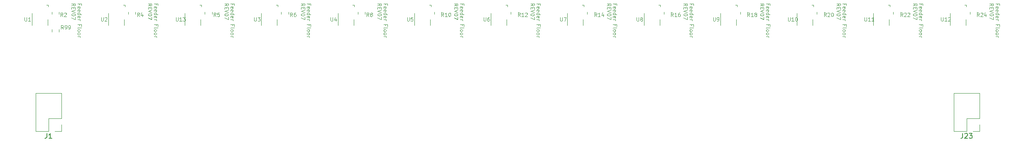
<source format=gbr>
G04 #@! TF.GenerationSoftware,KiCad,Pcbnew,7.0.2-0*
G04 #@! TF.CreationDate,2023-11-08T10:23:17-05:00*
G04 #@! TF.ProjectId,blade13_13-25,626c6164-6531-4335-9f31-332d32352e6b,rev?*
G04 #@! TF.SameCoordinates,Original*
G04 #@! TF.FileFunction,Legend,Top*
G04 #@! TF.FilePolarity,Positive*
%FSLAX46Y46*%
G04 Gerber Fmt 4.6, Leading zero omitted, Abs format (unit mm)*
G04 Created by KiCad (PCBNEW 7.0.2-0) date 2023-11-08 10:23:17*
%MOMM*%
%LPD*%
G01*
G04 APERTURE LIST*
%ADD10C,0.100000*%
%ADD11C,0.150000*%
%ADD12C,0.120000*%
G04 APERTURE END LIST*
D10*
X220453392Y-26328571D02*
X220453392Y-26078571D01*
X220060535Y-26078571D02*
X220810535Y-26078571D01*
X220810535Y-26078571D02*
X220810535Y-26435714D01*
X220096250Y-27007142D02*
X220060535Y-26935714D01*
X220060535Y-26935714D02*
X220060535Y-26792857D01*
X220060535Y-26792857D02*
X220096250Y-26721428D01*
X220096250Y-26721428D02*
X220167678Y-26685714D01*
X220167678Y-26685714D02*
X220453392Y-26685714D01*
X220453392Y-26685714D02*
X220524821Y-26721428D01*
X220524821Y-26721428D02*
X220560535Y-26792857D01*
X220560535Y-26792857D02*
X220560535Y-26935714D01*
X220560535Y-26935714D02*
X220524821Y-27007142D01*
X220524821Y-27007142D02*
X220453392Y-27042857D01*
X220453392Y-27042857D02*
X220381964Y-27042857D01*
X220381964Y-27042857D02*
X220310535Y-26685714D01*
X220096250Y-27649999D02*
X220060535Y-27578571D01*
X220060535Y-27578571D02*
X220060535Y-27435714D01*
X220060535Y-27435714D02*
X220096250Y-27364285D01*
X220096250Y-27364285D02*
X220167678Y-27328571D01*
X220167678Y-27328571D02*
X220453392Y-27328571D01*
X220453392Y-27328571D02*
X220524821Y-27364285D01*
X220524821Y-27364285D02*
X220560535Y-27435714D01*
X220560535Y-27435714D02*
X220560535Y-27578571D01*
X220560535Y-27578571D02*
X220524821Y-27649999D01*
X220524821Y-27649999D02*
X220453392Y-27685714D01*
X220453392Y-27685714D02*
X220381964Y-27685714D01*
X220381964Y-27685714D02*
X220310535Y-27328571D01*
X220060535Y-28328571D02*
X220810535Y-28328571D01*
X220096250Y-28328571D02*
X220060535Y-28257142D01*
X220060535Y-28257142D02*
X220060535Y-28114285D01*
X220060535Y-28114285D02*
X220096250Y-28042856D01*
X220096250Y-28042856D02*
X220131964Y-28007142D01*
X220131964Y-28007142D02*
X220203392Y-27971428D01*
X220203392Y-27971428D02*
X220417678Y-27971428D01*
X220417678Y-27971428D02*
X220489107Y-28007142D01*
X220489107Y-28007142D02*
X220524821Y-28042856D01*
X220524821Y-28042856D02*
X220560535Y-28114285D01*
X220560535Y-28114285D02*
X220560535Y-28257142D01*
X220560535Y-28257142D02*
X220524821Y-28328571D01*
X220096250Y-28971427D02*
X220060535Y-28899999D01*
X220060535Y-28899999D02*
X220060535Y-28757142D01*
X220060535Y-28757142D02*
X220096250Y-28685713D01*
X220096250Y-28685713D02*
X220167678Y-28649999D01*
X220167678Y-28649999D02*
X220453392Y-28649999D01*
X220453392Y-28649999D02*
X220524821Y-28685713D01*
X220524821Y-28685713D02*
X220560535Y-28757142D01*
X220560535Y-28757142D02*
X220560535Y-28899999D01*
X220560535Y-28899999D02*
X220524821Y-28971427D01*
X220524821Y-28971427D02*
X220453392Y-29007142D01*
X220453392Y-29007142D02*
X220381964Y-29007142D01*
X220381964Y-29007142D02*
X220310535Y-28649999D01*
X220060535Y-29328570D02*
X220560535Y-29328570D01*
X220417678Y-29328570D02*
X220489107Y-29364284D01*
X220489107Y-29364284D02*
X220524821Y-29399999D01*
X220524821Y-29399999D02*
X220560535Y-29471427D01*
X220560535Y-29471427D02*
X220560535Y-29542856D01*
X220453392Y-30614285D02*
X220453392Y-30364285D01*
X220060535Y-30364285D02*
X220810535Y-30364285D01*
X220810535Y-30364285D02*
X220810535Y-30721428D01*
X220060535Y-31114285D02*
X220096250Y-31042856D01*
X220096250Y-31042856D02*
X220167678Y-31007142D01*
X220167678Y-31007142D02*
X220810535Y-31007142D01*
X220060535Y-31507142D02*
X220096250Y-31435713D01*
X220096250Y-31435713D02*
X220131964Y-31399999D01*
X220131964Y-31399999D02*
X220203392Y-31364285D01*
X220203392Y-31364285D02*
X220417678Y-31364285D01*
X220417678Y-31364285D02*
X220489107Y-31399999D01*
X220489107Y-31399999D02*
X220524821Y-31435713D01*
X220524821Y-31435713D02*
X220560535Y-31507142D01*
X220560535Y-31507142D02*
X220560535Y-31614285D01*
X220560535Y-31614285D02*
X220524821Y-31685713D01*
X220524821Y-31685713D02*
X220489107Y-31721428D01*
X220489107Y-31721428D02*
X220417678Y-31757142D01*
X220417678Y-31757142D02*
X220203392Y-31757142D01*
X220203392Y-31757142D02*
X220131964Y-31721428D01*
X220131964Y-31721428D02*
X220096250Y-31685713D01*
X220096250Y-31685713D02*
X220060535Y-31614285D01*
X220060535Y-31614285D02*
X220060535Y-31507142D01*
X220060535Y-32185713D02*
X220096250Y-32114284D01*
X220096250Y-32114284D02*
X220131964Y-32078570D01*
X220131964Y-32078570D02*
X220203392Y-32042856D01*
X220203392Y-32042856D02*
X220417678Y-32042856D01*
X220417678Y-32042856D02*
X220489107Y-32078570D01*
X220489107Y-32078570D02*
X220524821Y-32114284D01*
X220524821Y-32114284D02*
X220560535Y-32185713D01*
X220560535Y-32185713D02*
X220560535Y-32292856D01*
X220560535Y-32292856D02*
X220524821Y-32364284D01*
X220524821Y-32364284D02*
X220489107Y-32399999D01*
X220489107Y-32399999D02*
X220417678Y-32435713D01*
X220417678Y-32435713D02*
X220203392Y-32435713D01*
X220203392Y-32435713D02*
X220131964Y-32399999D01*
X220131964Y-32399999D02*
X220096250Y-32364284D01*
X220096250Y-32364284D02*
X220060535Y-32292856D01*
X220060535Y-32292856D02*
X220060535Y-32185713D01*
X220060535Y-32757141D02*
X220560535Y-32757141D01*
X220417678Y-32757141D02*
X220489107Y-32792855D01*
X220489107Y-32792855D02*
X220524821Y-32828570D01*
X220524821Y-32828570D02*
X220560535Y-32899998D01*
X220560535Y-32899998D02*
X220560535Y-32971427D01*
X218845535Y-26507142D02*
X219202678Y-26257142D01*
X218845535Y-26078571D02*
X219595535Y-26078571D01*
X219595535Y-26078571D02*
X219595535Y-26364285D01*
X219595535Y-26364285D02*
X219559821Y-26435714D01*
X219559821Y-26435714D02*
X219524107Y-26471428D01*
X219524107Y-26471428D02*
X219452678Y-26507142D01*
X219452678Y-26507142D02*
X219345535Y-26507142D01*
X219345535Y-26507142D02*
X219274107Y-26471428D01*
X219274107Y-26471428D02*
X219238392Y-26435714D01*
X219238392Y-26435714D02*
X219202678Y-26364285D01*
X219202678Y-26364285D02*
X219202678Y-26078571D01*
X219238392Y-26828571D02*
X219238392Y-27078571D01*
X218845535Y-27185714D02*
X218845535Y-26828571D01*
X218845535Y-26828571D02*
X219595535Y-26828571D01*
X219595535Y-26828571D02*
X219595535Y-27185714D01*
X219595535Y-27399999D02*
X218845535Y-27649999D01*
X218845535Y-27649999D02*
X219595535Y-27899999D01*
X219595535Y-28292856D02*
X219595535Y-28364285D01*
X219595535Y-28364285D02*
X219559821Y-28435713D01*
X219559821Y-28435713D02*
X219524107Y-28471428D01*
X219524107Y-28471428D02*
X219452678Y-28507142D01*
X219452678Y-28507142D02*
X219309821Y-28542856D01*
X219309821Y-28542856D02*
X219131250Y-28542856D01*
X219131250Y-28542856D02*
X218988392Y-28507142D01*
X218988392Y-28507142D02*
X218916964Y-28471428D01*
X218916964Y-28471428D02*
X218881250Y-28435713D01*
X218881250Y-28435713D02*
X218845535Y-28364285D01*
X218845535Y-28364285D02*
X218845535Y-28292856D01*
X218845535Y-28292856D02*
X218881250Y-28221428D01*
X218881250Y-28221428D02*
X218916964Y-28185713D01*
X218916964Y-28185713D02*
X218988392Y-28149999D01*
X218988392Y-28149999D02*
X219131250Y-28114285D01*
X219131250Y-28114285D02*
X219309821Y-28114285D01*
X219309821Y-28114285D02*
X219452678Y-28149999D01*
X219452678Y-28149999D02*
X219524107Y-28185713D01*
X219524107Y-28185713D02*
X219559821Y-28221428D01*
X219559821Y-28221428D02*
X219595535Y-28292856D01*
X219595535Y-28792856D02*
X219595535Y-29292856D01*
X219595535Y-29292856D02*
X218845535Y-28971428D01*
X204853392Y-26328571D02*
X204853392Y-26078571D01*
X204460535Y-26078571D02*
X205210535Y-26078571D01*
X205210535Y-26078571D02*
X205210535Y-26435714D01*
X204496250Y-27007142D02*
X204460535Y-26935714D01*
X204460535Y-26935714D02*
X204460535Y-26792857D01*
X204460535Y-26792857D02*
X204496250Y-26721428D01*
X204496250Y-26721428D02*
X204567678Y-26685714D01*
X204567678Y-26685714D02*
X204853392Y-26685714D01*
X204853392Y-26685714D02*
X204924821Y-26721428D01*
X204924821Y-26721428D02*
X204960535Y-26792857D01*
X204960535Y-26792857D02*
X204960535Y-26935714D01*
X204960535Y-26935714D02*
X204924821Y-27007142D01*
X204924821Y-27007142D02*
X204853392Y-27042857D01*
X204853392Y-27042857D02*
X204781964Y-27042857D01*
X204781964Y-27042857D02*
X204710535Y-26685714D01*
X204496250Y-27649999D02*
X204460535Y-27578571D01*
X204460535Y-27578571D02*
X204460535Y-27435714D01*
X204460535Y-27435714D02*
X204496250Y-27364285D01*
X204496250Y-27364285D02*
X204567678Y-27328571D01*
X204567678Y-27328571D02*
X204853392Y-27328571D01*
X204853392Y-27328571D02*
X204924821Y-27364285D01*
X204924821Y-27364285D02*
X204960535Y-27435714D01*
X204960535Y-27435714D02*
X204960535Y-27578571D01*
X204960535Y-27578571D02*
X204924821Y-27649999D01*
X204924821Y-27649999D02*
X204853392Y-27685714D01*
X204853392Y-27685714D02*
X204781964Y-27685714D01*
X204781964Y-27685714D02*
X204710535Y-27328571D01*
X204460535Y-28328571D02*
X205210535Y-28328571D01*
X204496250Y-28328571D02*
X204460535Y-28257142D01*
X204460535Y-28257142D02*
X204460535Y-28114285D01*
X204460535Y-28114285D02*
X204496250Y-28042856D01*
X204496250Y-28042856D02*
X204531964Y-28007142D01*
X204531964Y-28007142D02*
X204603392Y-27971428D01*
X204603392Y-27971428D02*
X204817678Y-27971428D01*
X204817678Y-27971428D02*
X204889107Y-28007142D01*
X204889107Y-28007142D02*
X204924821Y-28042856D01*
X204924821Y-28042856D02*
X204960535Y-28114285D01*
X204960535Y-28114285D02*
X204960535Y-28257142D01*
X204960535Y-28257142D02*
X204924821Y-28328571D01*
X204496250Y-28971427D02*
X204460535Y-28899999D01*
X204460535Y-28899999D02*
X204460535Y-28757142D01*
X204460535Y-28757142D02*
X204496250Y-28685713D01*
X204496250Y-28685713D02*
X204567678Y-28649999D01*
X204567678Y-28649999D02*
X204853392Y-28649999D01*
X204853392Y-28649999D02*
X204924821Y-28685713D01*
X204924821Y-28685713D02*
X204960535Y-28757142D01*
X204960535Y-28757142D02*
X204960535Y-28899999D01*
X204960535Y-28899999D02*
X204924821Y-28971427D01*
X204924821Y-28971427D02*
X204853392Y-29007142D01*
X204853392Y-29007142D02*
X204781964Y-29007142D01*
X204781964Y-29007142D02*
X204710535Y-28649999D01*
X204460535Y-29328570D02*
X204960535Y-29328570D01*
X204817678Y-29328570D02*
X204889107Y-29364284D01*
X204889107Y-29364284D02*
X204924821Y-29399999D01*
X204924821Y-29399999D02*
X204960535Y-29471427D01*
X204960535Y-29471427D02*
X204960535Y-29542856D01*
X204853392Y-30614285D02*
X204853392Y-30364285D01*
X204460535Y-30364285D02*
X205210535Y-30364285D01*
X205210535Y-30364285D02*
X205210535Y-30721428D01*
X204460535Y-31114285D02*
X204496250Y-31042856D01*
X204496250Y-31042856D02*
X204567678Y-31007142D01*
X204567678Y-31007142D02*
X205210535Y-31007142D01*
X204460535Y-31507142D02*
X204496250Y-31435713D01*
X204496250Y-31435713D02*
X204531964Y-31399999D01*
X204531964Y-31399999D02*
X204603392Y-31364285D01*
X204603392Y-31364285D02*
X204817678Y-31364285D01*
X204817678Y-31364285D02*
X204889107Y-31399999D01*
X204889107Y-31399999D02*
X204924821Y-31435713D01*
X204924821Y-31435713D02*
X204960535Y-31507142D01*
X204960535Y-31507142D02*
X204960535Y-31614285D01*
X204960535Y-31614285D02*
X204924821Y-31685713D01*
X204924821Y-31685713D02*
X204889107Y-31721428D01*
X204889107Y-31721428D02*
X204817678Y-31757142D01*
X204817678Y-31757142D02*
X204603392Y-31757142D01*
X204603392Y-31757142D02*
X204531964Y-31721428D01*
X204531964Y-31721428D02*
X204496250Y-31685713D01*
X204496250Y-31685713D02*
X204460535Y-31614285D01*
X204460535Y-31614285D02*
X204460535Y-31507142D01*
X204460535Y-32185713D02*
X204496250Y-32114284D01*
X204496250Y-32114284D02*
X204531964Y-32078570D01*
X204531964Y-32078570D02*
X204603392Y-32042856D01*
X204603392Y-32042856D02*
X204817678Y-32042856D01*
X204817678Y-32042856D02*
X204889107Y-32078570D01*
X204889107Y-32078570D02*
X204924821Y-32114284D01*
X204924821Y-32114284D02*
X204960535Y-32185713D01*
X204960535Y-32185713D02*
X204960535Y-32292856D01*
X204960535Y-32292856D02*
X204924821Y-32364284D01*
X204924821Y-32364284D02*
X204889107Y-32399999D01*
X204889107Y-32399999D02*
X204817678Y-32435713D01*
X204817678Y-32435713D02*
X204603392Y-32435713D01*
X204603392Y-32435713D02*
X204531964Y-32399999D01*
X204531964Y-32399999D02*
X204496250Y-32364284D01*
X204496250Y-32364284D02*
X204460535Y-32292856D01*
X204460535Y-32292856D02*
X204460535Y-32185713D01*
X204460535Y-32757141D02*
X204960535Y-32757141D01*
X204817678Y-32757141D02*
X204889107Y-32792855D01*
X204889107Y-32792855D02*
X204924821Y-32828570D01*
X204924821Y-32828570D02*
X204960535Y-32899998D01*
X204960535Y-32899998D02*
X204960535Y-32971427D01*
X203245535Y-26507142D02*
X203602678Y-26257142D01*
X203245535Y-26078571D02*
X203995535Y-26078571D01*
X203995535Y-26078571D02*
X203995535Y-26364285D01*
X203995535Y-26364285D02*
X203959821Y-26435714D01*
X203959821Y-26435714D02*
X203924107Y-26471428D01*
X203924107Y-26471428D02*
X203852678Y-26507142D01*
X203852678Y-26507142D02*
X203745535Y-26507142D01*
X203745535Y-26507142D02*
X203674107Y-26471428D01*
X203674107Y-26471428D02*
X203638392Y-26435714D01*
X203638392Y-26435714D02*
X203602678Y-26364285D01*
X203602678Y-26364285D02*
X203602678Y-26078571D01*
X203638392Y-26828571D02*
X203638392Y-27078571D01*
X203245535Y-27185714D02*
X203245535Y-26828571D01*
X203245535Y-26828571D02*
X203995535Y-26828571D01*
X203995535Y-26828571D02*
X203995535Y-27185714D01*
X203995535Y-27399999D02*
X203245535Y-27649999D01*
X203245535Y-27649999D02*
X203995535Y-27899999D01*
X203995535Y-28292856D02*
X203995535Y-28364285D01*
X203995535Y-28364285D02*
X203959821Y-28435713D01*
X203959821Y-28435713D02*
X203924107Y-28471428D01*
X203924107Y-28471428D02*
X203852678Y-28507142D01*
X203852678Y-28507142D02*
X203709821Y-28542856D01*
X203709821Y-28542856D02*
X203531250Y-28542856D01*
X203531250Y-28542856D02*
X203388392Y-28507142D01*
X203388392Y-28507142D02*
X203316964Y-28471428D01*
X203316964Y-28471428D02*
X203281250Y-28435713D01*
X203281250Y-28435713D02*
X203245535Y-28364285D01*
X203245535Y-28364285D02*
X203245535Y-28292856D01*
X203245535Y-28292856D02*
X203281250Y-28221428D01*
X203281250Y-28221428D02*
X203316964Y-28185713D01*
X203316964Y-28185713D02*
X203388392Y-28149999D01*
X203388392Y-28149999D02*
X203531250Y-28114285D01*
X203531250Y-28114285D02*
X203709821Y-28114285D01*
X203709821Y-28114285D02*
X203852678Y-28149999D01*
X203852678Y-28149999D02*
X203924107Y-28185713D01*
X203924107Y-28185713D02*
X203959821Y-28221428D01*
X203959821Y-28221428D02*
X203995535Y-28292856D01*
X203995535Y-28792856D02*
X203995535Y-29292856D01*
X203995535Y-29292856D02*
X203245535Y-28971428D01*
X80053392Y-26328571D02*
X80053392Y-26078571D01*
X79660535Y-26078571D02*
X80410535Y-26078571D01*
X80410535Y-26078571D02*
X80410535Y-26435714D01*
X79696250Y-27007142D02*
X79660535Y-26935714D01*
X79660535Y-26935714D02*
X79660535Y-26792857D01*
X79660535Y-26792857D02*
X79696250Y-26721428D01*
X79696250Y-26721428D02*
X79767678Y-26685714D01*
X79767678Y-26685714D02*
X80053392Y-26685714D01*
X80053392Y-26685714D02*
X80124821Y-26721428D01*
X80124821Y-26721428D02*
X80160535Y-26792857D01*
X80160535Y-26792857D02*
X80160535Y-26935714D01*
X80160535Y-26935714D02*
X80124821Y-27007142D01*
X80124821Y-27007142D02*
X80053392Y-27042857D01*
X80053392Y-27042857D02*
X79981964Y-27042857D01*
X79981964Y-27042857D02*
X79910535Y-26685714D01*
X79696250Y-27649999D02*
X79660535Y-27578571D01*
X79660535Y-27578571D02*
X79660535Y-27435714D01*
X79660535Y-27435714D02*
X79696250Y-27364285D01*
X79696250Y-27364285D02*
X79767678Y-27328571D01*
X79767678Y-27328571D02*
X80053392Y-27328571D01*
X80053392Y-27328571D02*
X80124821Y-27364285D01*
X80124821Y-27364285D02*
X80160535Y-27435714D01*
X80160535Y-27435714D02*
X80160535Y-27578571D01*
X80160535Y-27578571D02*
X80124821Y-27649999D01*
X80124821Y-27649999D02*
X80053392Y-27685714D01*
X80053392Y-27685714D02*
X79981964Y-27685714D01*
X79981964Y-27685714D02*
X79910535Y-27328571D01*
X79660535Y-28328571D02*
X80410535Y-28328571D01*
X79696250Y-28328571D02*
X79660535Y-28257142D01*
X79660535Y-28257142D02*
X79660535Y-28114285D01*
X79660535Y-28114285D02*
X79696250Y-28042856D01*
X79696250Y-28042856D02*
X79731964Y-28007142D01*
X79731964Y-28007142D02*
X79803392Y-27971428D01*
X79803392Y-27971428D02*
X80017678Y-27971428D01*
X80017678Y-27971428D02*
X80089107Y-28007142D01*
X80089107Y-28007142D02*
X80124821Y-28042856D01*
X80124821Y-28042856D02*
X80160535Y-28114285D01*
X80160535Y-28114285D02*
X80160535Y-28257142D01*
X80160535Y-28257142D02*
X80124821Y-28328571D01*
X79696250Y-28971427D02*
X79660535Y-28899999D01*
X79660535Y-28899999D02*
X79660535Y-28757142D01*
X79660535Y-28757142D02*
X79696250Y-28685713D01*
X79696250Y-28685713D02*
X79767678Y-28649999D01*
X79767678Y-28649999D02*
X80053392Y-28649999D01*
X80053392Y-28649999D02*
X80124821Y-28685713D01*
X80124821Y-28685713D02*
X80160535Y-28757142D01*
X80160535Y-28757142D02*
X80160535Y-28899999D01*
X80160535Y-28899999D02*
X80124821Y-28971427D01*
X80124821Y-28971427D02*
X80053392Y-29007142D01*
X80053392Y-29007142D02*
X79981964Y-29007142D01*
X79981964Y-29007142D02*
X79910535Y-28649999D01*
X79660535Y-29328570D02*
X80160535Y-29328570D01*
X80017678Y-29328570D02*
X80089107Y-29364284D01*
X80089107Y-29364284D02*
X80124821Y-29399999D01*
X80124821Y-29399999D02*
X80160535Y-29471427D01*
X80160535Y-29471427D02*
X80160535Y-29542856D01*
X80053392Y-30614285D02*
X80053392Y-30364285D01*
X79660535Y-30364285D02*
X80410535Y-30364285D01*
X80410535Y-30364285D02*
X80410535Y-30721428D01*
X79660535Y-31114285D02*
X79696250Y-31042856D01*
X79696250Y-31042856D02*
X79767678Y-31007142D01*
X79767678Y-31007142D02*
X80410535Y-31007142D01*
X79660535Y-31507142D02*
X79696250Y-31435713D01*
X79696250Y-31435713D02*
X79731964Y-31399999D01*
X79731964Y-31399999D02*
X79803392Y-31364285D01*
X79803392Y-31364285D02*
X80017678Y-31364285D01*
X80017678Y-31364285D02*
X80089107Y-31399999D01*
X80089107Y-31399999D02*
X80124821Y-31435713D01*
X80124821Y-31435713D02*
X80160535Y-31507142D01*
X80160535Y-31507142D02*
X80160535Y-31614285D01*
X80160535Y-31614285D02*
X80124821Y-31685713D01*
X80124821Y-31685713D02*
X80089107Y-31721428D01*
X80089107Y-31721428D02*
X80017678Y-31757142D01*
X80017678Y-31757142D02*
X79803392Y-31757142D01*
X79803392Y-31757142D02*
X79731964Y-31721428D01*
X79731964Y-31721428D02*
X79696250Y-31685713D01*
X79696250Y-31685713D02*
X79660535Y-31614285D01*
X79660535Y-31614285D02*
X79660535Y-31507142D01*
X79660535Y-32185713D02*
X79696250Y-32114284D01*
X79696250Y-32114284D02*
X79731964Y-32078570D01*
X79731964Y-32078570D02*
X79803392Y-32042856D01*
X79803392Y-32042856D02*
X80017678Y-32042856D01*
X80017678Y-32042856D02*
X80089107Y-32078570D01*
X80089107Y-32078570D02*
X80124821Y-32114284D01*
X80124821Y-32114284D02*
X80160535Y-32185713D01*
X80160535Y-32185713D02*
X80160535Y-32292856D01*
X80160535Y-32292856D02*
X80124821Y-32364284D01*
X80124821Y-32364284D02*
X80089107Y-32399999D01*
X80089107Y-32399999D02*
X80017678Y-32435713D01*
X80017678Y-32435713D02*
X79803392Y-32435713D01*
X79803392Y-32435713D02*
X79731964Y-32399999D01*
X79731964Y-32399999D02*
X79696250Y-32364284D01*
X79696250Y-32364284D02*
X79660535Y-32292856D01*
X79660535Y-32292856D02*
X79660535Y-32185713D01*
X79660535Y-32757141D02*
X80160535Y-32757141D01*
X80017678Y-32757141D02*
X80089107Y-32792855D01*
X80089107Y-32792855D02*
X80124821Y-32828570D01*
X80124821Y-32828570D02*
X80160535Y-32899998D01*
X80160535Y-32899998D02*
X80160535Y-32971427D01*
X78445535Y-26507142D02*
X78802678Y-26257142D01*
X78445535Y-26078571D02*
X79195535Y-26078571D01*
X79195535Y-26078571D02*
X79195535Y-26364285D01*
X79195535Y-26364285D02*
X79159821Y-26435714D01*
X79159821Y-26435714D02*
X79124107Y-26471428D01*
X79124107Y-26471428D02*
X79052678Y-26507142D01*
X79052678Y-26507142D02*
X78945535Y-26507142D01*
X78945535Y-26507142D02*
X78874107Y-26471428D01*
X78874107Y-26471428D02*
X78838392Y-26435714D01*
X78838392Y-26435714D02*
X78802678Y-26364285D01*
X78802678Y-26364285D02*
X78802678Y-26078571D01*
X78838392Y-26828571D02*
X78838392Y-27078571D01*
X78445535Y-27185714D02*
X78445535Y-26828571D01*
X78445535Y-26828571D02*
X79195535Y-26828571D01*
X79195535Y-26828571D02*
X79195535Y-27185714D01*
X79195535Y-27399999D02*
X78445535Y-27649999D01*
X78445535Y-27649999D02*
X79195535Y-27899999D01*
X79195535Y-28292856D02*
X79195535Y-28364285D01*
X79195535Y-28364285D02*
X79159821Y-28435713D01*
X79159821Y-28435713D02*
X79124107Y-28471428D01*
X79124107Y-28471428D02*
X79052678Y-28507142D01*
X79052678Y-28507142D02*
X78909821Y-28542856D01*
X78909821Y-28542856D02*
X78731250Y-28542856D01*
X78731250Y-28542856D02*
X78588392Y-28507142D01*
X78588392Y-28507142D02*
X78516964Y-28471428D01*
X78516964Y-28471428D02*
X78481250Y-28435713D01*
X78481250Y-28435713D02*
X78445535Y-28364285D01*
X78445535Y-28364285D02*
X78445535Y-28292856D01*
X78445535Y-28292856D02*
X78481250Y-28221428D01*
X78481250Y-28221428D02*
X78516964Y-28185713D01*
X78516964Y-28185713D02*
X78588392Y-28149999D01*
X78588392Y-28149999D02*
X78731250Y-28114285D01*
X78731250Y-28114285D02*
X78909821Y-28114285D01*
X78909821Y-28114285D02*
X79052678Y-28149999D01*
X79052678Y-28149999D02*
X79124107Y-28185713D01*
X79124107Y-28185713D02*
X79159821Y-28221428D01*
X79159821Y-28221428D02*
X79195535Y-28292856D01*
X79195535Y-28792856D02*
X79195535Y-29292856D01*
X79195535Y-29292856D02*
X78445535Y-28971428D01*
X95653392Y-26328571D02*
X95653392Y-26078571D01*
X95260535Y-26078571D02*
X96010535Y-26078571D01*
X96010535Y-26078571D02*
X96010535Y-26435714D01*
X95296250Y-27007142D02*
X95260535Y-26935714D01*
X95260535Y-26935714D02*
X95260535Y-26792857D01*
X95260535Y-26792857D02*
X95296250Y-26721428D01*
X95296250Y-26721428D02*
X95367678Y-26685714D01*
X95367678Y-26685714D02*
X95653392Y-26685714D01*
X95653392Y-26685714D02*
X95724821Y-26721428D01*
X95724821Y-26721428D02*
X95760535Y-26792857D01*
X95760535Y-26792857D02*
X95760535Y-26935714D01*
X95760535Y-26935714D02*
X95724821Y-27007142D01*
X95724821Y-27007142D02*
X95653392Y-27042857D01*
X95653392Y-27042857D02*
X95581964Y-27042857D01*
X95581964Y-27042857D02*
X95510535Y-26685714D01*
X95296250Y-27649999D02*
X95260535Y-27578571D01*
X95260535Y-27578571D02*
X95260535Y-27435714D01*
X95260535Y-27435714D02*
X95296250Y-27364285D01*
X95296250Y-27364285D02*
X95367678Y-27328571D01*
X95367678Y-27328571D02*
X95653392Y-27328571D01*
X95653392Y-27328571D02*
X95724821Y-27364285D01*
X95724821Y-27364285D02*
X95760535Y-27435714D01*
X95760535Y-27435714D02*
X95760535Y-27578571D01*
X95760535Y-27578571D02*
X95724821Y-27649999D01*
X95724821Y-27649999D02*
X95653392Y-27685714D01*
X95653392Y-27685714D02*
X95581964Y-27685714D01*
X95581964Y-27685714D02*
X95510535Y-27328571D01*
X95260535Y-28328571D02*
X96010535Y-28328571D01*
X95296250Y-28328571D02*
X95260535Y-28257142D01*
X95260535Y-28257142D02*
X95260535Y-28114285D01*
X95260535Y-28114285D02*
X95296250Y-28042856D01*
X95296250Y-28042856D02*
X95331964Y-28007142D01*
X95331964Y-28007142D02*
X95403392Y-27971428D01*
X95403392Y-27971428D02*
X95617678Y-27971428D01*
X95617678Y-27971428D02*
X95689107Y-28007142D01*
X95689107Y-28007142D02*
X95724821Y-28042856D01*
X95724821Y-28042856D02*
X95760535Y-28114285D01*
X95760535Y-28114285D02*
X95760535Y-28257142D01*
X95760535Y-28257142D02*
X95724821Y-28328571D01*
X95296250Y-28971427D02*
X95260535Y-28899999D01*
X95260535Y-28899999D02*
X95260535Y-28757142D01*
X95260535Y-28757142D02*
X95296250Y-28685713D01*
X95296250Y-28685713D02*
X95367678Y-28649999D01*
X95367678Y-28649999D02*
X95653392Y-28649999D01*
X95653392Y-28649999D02*
X95724821Y-28685713D01*
X95724821Y-28685713D02*
X95760535Y-28757142D01*
X95760535Y-28757142D02*
X95760535Y-28899999D01*
X95760535Y-28899999D02*
X95724821Y-28971427D01*
X95724821Y-28971427D02*
X95653392Y-29007142D01*
X95653392Y-29007142D02*
X95581964Y-29007142D01*
X95581964Y-29007142D02*
X95510535Y-28649999D01*
X95260535Y-29328570D02*
X95760535Y-29328570D01*
X95617678Y-29328570D02*
X95689107Y-29364284D01*
X95689107Y-29364284D02*
X95724821Y-29399999D01*
X95724821Y-29399999D02*
X95760535Y-29471427D01*
X95760535Y-29471427D02*
X95760535Y-29542856D01*
X95653392Y-30614285D02*
X95653392Y-30364285D01*
X95260535Y-30364285D02*
X96010535Y-30364285D01*
X96010535Y-30364285D02*
X96010535Y-30721428D01*
X95260535Y-31114285D02*
X95296250Y-31042856D01*
X95296250Y-31042856D02*
X95367678Y-31007142D01*
X95367678Y-31007142D02*
X96010535Y-31007142D01*
X95260535Y-31507142D02*
X95296250Y-31435713D01*
X95296250Y-31435713D02*
X95331964Y-31399999D01*
X95331964Y-31399999D02*
X95403392Y-31364285D01*
X95403392Y-31364285D02*
X95617678Y-31364285D01*
X95617678Y-31364285D02*
X95689107Y-31399999D01*
X95689107Y-31399999D02*
X95724821Y-31435713D01*
X95724821Y-31435713D02*
X95760535Y-31507142D01*
X95760535Y-31507142D02*
X95760535Y-31614285D01*
X95760535Y-31614285D02*
X95724821Y-31685713D01*
X95724821Y-31685713D02*
X95689107Y-31721428D01*
X95689107Y-31721428D02*
X95617678Y-31757142D01*
X95617678Y-31757142D02*
X95403392Y-31757142D01*
X95403392Y-31757142D02*
X95331964Y-31721428D01*
X95331964Y-31721428D02*
X95296250Y-31685713D01*
X95296250Y-31685713D02*
X95260535Y-31614285D01*
X95260535Y-31614285D02*
X95260535Y-31507142D01*
X95260535Y-32185713D02*
X95296250Y-32114284D01*
X95296250Y-32114284D02*
X95331964Y-32078570D01*
X95331964Y-32078570D02*
X95403392Y-32042856D01*
X95403392Y-32042856D02*
X95617678Y-32042856D01*
X95617678Y-32042856D02*
X95689107Y-32078570D01*
X95689107Y-32078570D02*
X95724821Y-32114284D01*
X95724821Y-32114284D02*
X95760535Y-32185713D01*
X95760535Y-32185713D02*
X95760535Y-32292856D01*
X95760535Y-32292856D02*
X95724821Y-32364284D01*
X95724821Y-32364284D02*
X95689107Y-32399999D01*
X95689107Y-32399999D02*
X95617678Y-32435713D01*
X95617678Y-32435713D02*
X95403392Y-32435713D01*
X95403392Y-32435713D02*
X95331964Y-32399999D01*
X95331964Y-32399999D02*
X95296250Y-32364284D01*
X95296250Y-32364284D02*
X95260535Y-32292856D01*
X95260535Y-32292856D02*
X95260535Y-32185713D01*
X95260535Y-32757141D02*
X95760535Y-32757141D01*
X95617678Y-32757141D02*
X95689107Y-32792855D01*
X95689107Y-32792855D02*
X95724821Y-32828570D01*
X95724821Y-32828570D02*
X95760535Y-32899998D01*
X95760535Y-32899998D02*
X95760535Y-32971427D01*
X94045535Y-26507142D02*
X94402678Y-26257142D01*
X94045535Y-26078571D02*
X94795535Y-26078571D01*
X94795535Y-26078571D02*
X94795535Y-26364285D01*
X94795535Y-26364285D02*
X94759821Y-26435714D01*
X94759821Y-26435714D02*
X94724107Y-26471428D01*
X94724107Y-26471428D02*
X94652678Y-26507142D01*
X94652678Y-26507142D02*
X94545535Y-26507142D01*
X94545535Y-26507142D02*
X94474107Y-26471428D01*
X94474107Y-26471428D02*
X94438392Y-26435714D01*
X94438392Y-26435714D02*
X94402678Y-26364285D01*
X94402678Y-26364285D02*
X94402678Y-26078571D01*
X94438392Y-26828571D02*
X94438392Y-27078571D01*
X94045535Y-27185714D02*
X94045535Y-26828571D01*
X94045535Y-26828571D02*
X94795535Y-26828571D01*
X94795535Y-26828571D02*
X94795535Y-27185714D01*
X94795535Y-27399999D02*
X94045535Y-27649999D01*
X94045535Y-27649999D02*
X94795535Y-27899999D01*
X94795535Y-28292856D02*
X94795535Y-28364285D01*
X94795535Y-28364285D02*
X94759821Y-28435713D01*
X94759821Y-28435713D02*
X94724107Y-28471428D01*
X94724107Y-28471428D02*
X94652678Y-28507142D01*
X94652678Y-28507142D02*
X94509821Y-28542856D01*
X94509821Y-28542856D02*
X94331250Y-28542856D01*
X94331250Y-28542856D02*
X94188392Y-28507142D01*
X94188392Y-28507142D02*
X94116964Y-28471428D01*
X94116964Y-28471428D02*
X94081250Y-28435713D01*
X94081250Y-28435713D02*
X94045535Y-28364285D01*
X94045535Y-28364285D02*
X94045535Y-28292856D01*
X94045535Y-28292856D02*
X94081250Y-28221428D01*
X94081250Y-28221428D02*
X94116964Y-28185713D01*
X94116964Y-28185713D02*
X94188392Y-28149999D01*
X94188392Y-28149999D02*
X94331250Y-28114285D01*
X94331250Y-28114285D02*
X94509821Y-28114285D01*
X94509821Y-28114285D02*
X94652678Y-28149999D01*
X94652678Y-28149999D02*
X94724107Y-28185713D01*
X94724107Y-28185713D02*
X94759821Y-28221428D01*
X94759821Y-28221428D02*
X94795535Y-28292856D01*
X94795535Y-28792856D02*
X94795535Y-29292856D01*
X94795535Y-29292856D02*
X94045535Y-28971428D01*
X111253392Y-26328571D02*
X111253392Y-26078571D01*
X110860535Y-26078571D02*
X111610535Y-26078571D01*
X111610535Y-26078571D02*
X111610535Y-26435714D01*
X110896250Y-27007142D02*
X110860535Y-26935714D01*
X110860535Y-26935714D02*
X110860535Y-26792857D01*
X110860535Y-26792857D02*
X110896250Y-26721428D01*
X110896250Y-26721428D02*
X110967678Y-26685714D01*
X110967678Y-26685714D02*
X111253392Y-26685714D01*
X111253392Y-26685714D02*
X111324821Y-26721428D01*
X111324821Y-26721428D02*
X111360535Y-26792857D01*
X111360535Y-26792857D02*
X111360535Y-26935714D01*
X111360535Y-26935714D02*
X111324821Y-27007142D01*
X111324821Y-27007142D02*
X111253392Y-27042857D01*
X111253392Y-27042857D02*
X111181964Y-27042857D01*
X111181964Y-27042857D02*
X111110535Y-26685714D01*
X110896250Y-27649999D02*
X110860535Y-27578571D01*
X110860535Y-27578571D02*
X110860535Y-27435714D01*
X110860535Y-27435714D02*
X110896250Y-27364285D01*
X110896250Y-27364285D02*
X110967678Y-27328571D01*
X110967678Y-27328571D02*
X111253392Y-27328571D01*
X111253392Y-27328571D02*
X111324821Y-27364285D01*
X111324821Y-27364285D02*
X111360535Y-27435714D01*
X111360535Y-27435714D02*
X111360535Y-27578571D01*
X111360535Y-27578571D02*
X111324821Y-27649999D01*
X111324821Y-27649999D02*
X111253392Y-27685714D01*
X111253392Y-27685714D02*
X111181964Y-27685714D01*
X111181964Y-27685714D02*
X111110535Y-27328571D01*
X110860535Y-28328571D02*
X111610535Y-28328571D01*
X110896250Y-28328571D02*
X110860535Y-28257142D01*
X110860535Y-28257142D02*
X110860535Y-28114285D01*
X110860535Y-28114285D02*
X110896250Y-28042856D01*
X110896250Y-28042856D02*
X110931964Y-28007142D01*
X110931964Y-28007142D02*
X111003392Y-27971428D01*
X111003392Y-27971428D02*
X111217678Y-27971428D01*
X111217678Y-27971428D02*
X111289107Y-28007142D01*
X111289107Y-28007142D02*
X111324821Y-28042856D01*
X111324821Y-28042856D02*
X111360535Y-28114285D01*
X111360535Y-28114285D02*
X111360535Y-28257142D01*
X111360535Y-28257142D02*
X111324821Y-28328571D01*
X110896250Y-28971427D02*
X110860535Y-28899999D01*
X110860535Y-28899999D02*
X110860535Y-28757142D01*
X110860535Y-28757142D02*
X110896250Y-28685713D01*
X110896250Y-28685713D02*
X110967678Y-28649999D01*
X110967678Y-28649999D02*
X111253392Y-28649999D01*
X111253392Y-28649999D02*
X111324821Y-28685713D01*
X111324821Y-28685713D02*
X111360535Y-28757142D01*
X111360535Y-28757142D02*
X111360535Y-28899999D01*
X111360535Y-28899999D02*
X111324821Y-28971427D01*
X111324821Y-28971427D02*
X111253392Y-29007142D01*
X111253392Y-29007142D02*
X111181964Y-29007142D01*
X111181964Y-29007142D02*
X111110535Y-28649999D01*
X110860535Y-29328570D02*
X111360535Y-29328570D01*
X111217678Y-29328570D02*
X111289107Y-29364284D01*
X111289107Y-29364284D02*
X111324821Y-29399999D01*
X111324821Y-29399999D02*
X111360535Y-29471427D01*
X111360535Y-29471427D02*
X111360535Y-29542856D01*
X111253392Y-30614285D02*
X111253392Y-30364285D01*
X110860535Y-30364285D02*
X111610535Y-30364285D01*
X111610535Y-30364285D02*
X111610535Y-30721428D01*
X110860535Y-31114285D02*
X110896250Y-31042856D01*
X110896250Y-31042856D02*
X110967678Y-31007142D01*
X110967678Y-31007142D02*
X111610535Y-31007142D01*
X110860535Y-31507142D02*
X110896250Y-31435713D01*
X110896250Y-31435713D02*
X110931964Y-31399999D01*
X110931964Y-31399999D02*
X111003392Y-31364285D01*
X111003392Y-31364285D02*
X111217678Y-31364285D01*
X111217678Y-31364285D02*
X111289107Y-31399999D01*
X111289107Y-31399999D02*
X111324821Y-31435713D01*
X111324821Y-31435713D02*
X111360535Y-31507142D01*
X111360535Y-31507142D02*
X111360535Y-31614285D01*
X111360535Y-31614285D02*
X111324821Y-31685713D01*
X111324821Y-31685713D02*
X111289107Y-31721428D01*
X111289107Y-31721428D02*
X111217678Y-31757142D01*
X111217678Y-31757142D02*
X111003392Y-31757142D01*
X111003392Y-31757142D02*
X110931964Y-31721428D01*
X110931964Y-31721428D02*
X110896250Y-31685713D01*
X110896250Y-31685713D02*
X110860535Y-31614285D01*
X110860535Y-31614285D02*
X110860535Y-31507142D01*
X110860535Y-32185713D02*
X110896250Y-32114284D01*
X110896250Y-32114284D02*
X110931964Y-32078570D01*
X110931964Y-32078570D02*
X111003392Y-32042856D01*
X111003392Y-32042856D02*
X111217678Y-32042856D01*
X111217678Y-32042856D02*
X111289107Y-32078570D01*
X111289107Y-32078570D02*
X111324821Y-32114284D01*
X111324821Y-32114284D02*
X111360535Y-32185713D01*
X111360535Y-32185713D02*
X111360535Y-32292856D01*
X111360535Y-32292856D02*
X111324821Y-32364284D01*
X111324821Y-32364284D02*
X111289107Y-32399999D01*
X111289107Y-32399999D02*
X111217678Y-32435713D01*
X111217678Y-32435713D02*
X111003392Y-32435713D01*
X111003392Y-32435713D02*
X110931964Y-32399999D01*
X110931964Y-32399999D02*
X110896250Y-32364284D01*
X110896250Y-32364284D02*
X110860535Y-32292856D01*
X110860535Y-32292856D02*
X110860535Y-32185713D01*
X110860535Y-32757141D02*
X111360535Y-32757141D01*
X111217678Y-32757141D02*
X111289107Y-32792855D01*
X111289107Y-32792855D02*
X111324821Y-32828570D01*
X111324821Y-32828570D02*
X111360535Y-32899998D01*
X111360535Y-32899998D02*
X111360535Y-32971427D01*
X109645535Y-26507142D02*
X110002678Y-26257142D01*
X109645535Y-26078571D02*
X110395535Y-26078571D01*
X110395535Y-26078571D02*
X110395535Y-26364285D01*
X110395535Y-26364285D02*
X110359821Y-26435714D01*
X110359821Y-26435714D02*
X110324107Y-26471428D01*
X110324107Y-26471428D02*
X110252678Y-26507142D01*
X110252678Y-26507142D02*
X110145535Y-26507142D01*
X110145535Y-26507142D02*
X110074107Y-26471428D01*
X110074107Y-26471428D02*
X110038392Y-26435714D01*
X110038392Y-26435714D02*
X110002678Y-26364285D01*
X110002678Y-26364285D02*
X110002678Y-26078571D01*
X110038392Y-26828571D02*
X110038392Y-27078571D01*
X109645535Y-27185714D02*
X109645535Y-26828571D01*
X109645535Y-26828571D02*
X110395535Y-26828571D01*
X110395535Y-26828571D02*
X110395535Y-27185714D01*
X110395535Y-27399999D02*
X109645535Y-27649999D01*
X109645535Y-27649999D02*
X110395535Y-27899999D01*
X110395535Y-28292856D02*
X110395535Y-28364285D01*
X110395535Y-28364285D02*
X110359821Y-28435713D01*
X110359821Y-28435713D02*
X110324107Y-28471428D01*
X110324107Y-28471428D02*
X110252678Y-28507142D01*
X110252678Y-28507142D02*
X110109821Y-28542856D01*
X110109821Y-28542856D02*
X109931250Y-28542856D01*
X109931250Y-28542856D02*
X109788392Y-28507142D01*
X109788392Y-28507142D02*
X109716964Y-28471428D01*
X109716964Y-28471428D02*
X109681250Y-28435713D01*
X109681250Y-28435713D02*
X109645535Y-28364285D01*
X109645535Y-28364285D02*
X109645535Y-28292856D01*
X109645535Y-28292856D02*
X109681250Y-28221428D01*
X109681250Y-28221428D02*
X109716964Y-28185713D01*
X109716964Y-28185713D02*
X109788392Y-28149999D01*
X109788392Y-28149999D02*
X109931250Y-28114285D01*
X109931250Y-28114285D02*
X110109821Y-28114285D01*
X110109821Y-28114285D02*
X110252678Y-28149999D01*
X110252678Y-28149999D02*
X110324107Y-28185713D01*
X110324107Y-28185713D02*
X110359821Y-28221428D01*
X110359821Y-28221428D02*
X110395535Y-28292856D01*
X110395535Y-28792856D02*
X110395535Y-29292856D01*
X110395535Y-29292856D02*
X109645535Y-28971428D01*
X33253392Y-26328571D02*
X33253392Y-26078571D01*
X32860535Y-26078571D02*
X33610535Y-26078571D01*
X33610535Y-26078571D02*
X33610535Y-26435714D01*
X32896250Y-27007142D02*
X32860535Y-26935714D01*
X32860535Y-26935714D02*
X32860535Y-26792857D01*
X32860535Y-26792857D02*
X32896250Y-26721428D01*
X32896250Y-26721428D02*
X32967678Y-26685714D01*
X32967678Y-26685714D02*
X33253392Y-26685714D01*
X33253392Y-26685714D02*
X33324821Y-26721428D01*
X33324821Y-26721428D02*
X33360535Y-26792857D01*
X33360535Y-26792857D02*
X33360535Y-26935714D01*
X33360535Y-26935714D02*
X33324821Y-27007142D01*
X33324821Y-27007142D02*
X33253392Y-27042857D01*
X33253392Y-27042857D02*
X33181964Y-27042857D01*
X33181964Y-27042857D02*
X33110535Y-26685714D01*
X32896250Y-27649999D02*
X32860535Y-27578571D01*
X32860535Y-27578571D02*
X32860535Y-27435714D01*
X32860535Y-27435714D02*
X32896250Y-27364285D01*
X32896250Y-27364285D02*
X32967678Y-27328571D01*
X32967678Y-27328571D02*
X33253392Y-27328571D01*
X33253392Y-27328571D02*
X33324821Y-27364285D01*
X33324821Y-27364285D02*
X33360535Y-27435714D01*
X33360535Y-27435714D02*
X33360535Y-27578571D01*
X33360535Y-27578571D02*
X33324821Y-27649999D01*
X33324821Y-27649999D02*
X33253392Y-27685714D01*
X33253392Y-27685714D02*
X33181964Y-27685714D01*
X33181964Y-27685714D02*
X33110535Y-27328571D01*
X32860535Y-28328571D02*
X33610535Y-28328571D01*
X32896250Y-28328571D02*
X32860535Y-28257142D01*
X32860535Y-28257142D02*
X32860535Y-28114285D01*
X32860535Y-28114285D02*
X32896250Y-28042856D01*
X32896250Y-28042856D02*
X32931964Y-28007142D01*
X32931964Y-28007142D02*
X33003392Y-27971428D01*
X33003392Y-27971428D02*
X33217678Y-27971428D01*
X33217678Y-27971428D02*
X33289107Y-28007142D01*
X33289107Y-28007142D02*
X33324821Y-28042856D01*
X33324821Y-28042856D02*
X33360535Y-28114285D01*
X33360535Y-28114285D02*
X33360535Y-28257142D01*
X33360535Y-28257142D02*
X33324821Y-28328571D01*
X32896250Y-28971427D02*
X32860535Y-28899999D01*
X32860535Y-28899999D02*
X32860535Y-28757142D01*
X32860535Y-28757142D02*
X32896250Y-28685713D01*
X32896250Y-28685713D02*
X32967678Y-28649999D01*
X32967678Y-28649999D02*
X33253392Y-28649999D01*
X33253392Y-28649999D02*
X33324821Y-28685713D01*
X33324821Y-28685713D02*
X33360535Y-28757142D01*
X33360535Y-28757142D02*
X33360535Y-28899999D01*
X33360535Y-28899999D02*
X33324821Y-28971427D01*
X33324821Y-28971427D02*
X33253392Y-29007142D01*
X33253392Y-29007142D02*
X33181964Y-29007142D01*
X33181964Y-29007142D02*
X33110535Y-28649999D01*
X32860535Y-29328570D02*
X33360535Y-29328570D01*
X33217678Y-29328570D02*
X33289107Y-29364284D01*
X33289107Y-29364284D02*
X33324821Y-29399999D01*
X33324821Y-29399999D02*
X33360535Y-29471427D01*
X33360535Y-29471427D02*
X33360535Y-29542856D01*
X33253392Y-30614285D02*
X33253392Y-30364285D01*
X32860535Y-30364285D02*
X33610535Y-30364285D01*
X33610535Y-30364285D02*
X33610535Y-30721428D01*
X32860535Y-31114285D02*
X32896250Y-31042856D01*
X32896250Y-31042856D02*
X32967678Y-31007142D01*
X32967678Y-31007142D02*
X33610535Y-31007142D01*
X32860535Y-31507142D02*
X32896250Y-31435713D01*
X32896250Y-31435713D02*
X32931964Y-31399999D01*
X32931964Y-31399999D02*
X33003392Y-31364285D01*
X33003392Y-31364285D02*
X33217678Y-31364285D01*
X33217678Y-31364285D02*
X33289107Y-31399999D01*
X33289107Y-31399999D02*
X33324821Y-31435713D01*
X33324821Y-31435713D02*
X33360535Y-31507142D01*
X33360535Y-31507142D02*
X33360535Y-31614285D01*
X33360535Y-31614285D02*
X33324821Y-31685713D01*
X33324821Y-31685713D02*
X33289107Y-31721428D01*
X33289107Y-31721428D02*
X33217678Y-31757142D01*
X33217678Y-31757142D02*
X33003392Y-31757142D01*
X33003392Y-31757142D02*
X32931964Y-31721428D01*
X32931964Y-31721428D02*
X32896250Y-31685713D01*
X32896250Y-31685713D02*
X32860535Y-31614285D01*
X32860535Y-31614285D02*
X32860535Y-31507142D01*
X32860535Y-32185713D02*
X32896250Y-32114284D01*
X32896250Y-32114284D02*
X32931964Y-32078570D01*
X32931964Y-32078570D02*
X33003392Y-32042856D01*
X33003392Y-32042856D02*
X33217678Y-32042856D01*
X33217678Y-32042856D02*
X33289107Y-32078570D01*
X33289107Y-32078570D02*
X33324821Y-32114284D01*
X33324821Y-32114284D02*
X33360535Y-32185713D01*
X33360535Y-32185713D02*
X33360535Y-32292856D01*
X33360535Y-32292856D02*
X33324821Y-32364284D01*
X33324821Y-32364284D02*
X33289107Y-32399999D01*
X33289107Y-32399999D02*
X33217678Y-32435713D01*
X33217678Y-32435713D02*
X33003392Y-32435713D01*
X33003392Y-32435713D02*
X32931964Y-32399999D01*
X32931964Y-32399999D02*
X32896250Y-32364284D01*
X32896250Y-32364284D02*
X32860535Y-32292856D01*
X32860535Y-32292856D02*
X32860535Y-32185713D01*
X32860535Y-32757141D02*
X33360535Y-32757141D01*
X33217678Y-32757141D02*
X33289107Y-32792855D01*
X33289107Y-32792855D02*
X33324821Y-32828570D01*
X33324821Y-32828570D02*
X33360535Y-32899998D01*
X33360535Y-32899998D02*
X33360535Y-32971427D01*
X31645535Y-26507142D02*
X32002678Y-26257142D01*
X31645535Y-26078571D02*
X32395535Y-26078571D01*
X32395535Y-26078571D02*
X32395535Y-26364285D01*
X32395535Y-26364285D02*
X32359821Y-26435714D01*
X32359821Y-26435714D02*
X32324107Y-26471428D01*
X32324107Y-26471428D02*
X32252678Y-26507142D01*
X32252678Y-26507142D02*
X32145535Y-26507142D01*
X32145535Y-26507142D02*
X32074107Y-26471428D01*
X32074107Y-26471428D02*
X32038392Y-26435714D01*
X32038392Y-26435714D02*
X32002678Y-26364285D01*
X32002678Y-26364285D02*
X32002678Y-26078571D01*
X32038392Y-26828571D02*
X32038392Y-27078571D01*
X31645535Y-27185714D02*
X31645535Y-26828571D01*
X31645535Y-26828571D02*
X32395535Y-26828571D01*
X32395535Y-26828571D02*
X32395535Y-27185714D01*
X32395535Y-27399999D02*
X31645535Y-27649999D01*
X31645535Y-27649999D02*
X32395535Y-27899999D01*
X32395535Y-28292856D02*
X32395535Y-28364285D01*
X32395535Y-28364285D02*
X32359821Y-28435713D01*
X32359821Y-28435713D02*
X32324107Y-28471428D01*
X32324107Y-28471428D02*
X32252678Y-28507142D01*
X32252678Y-28507142D02*
X32109821Y-28542856D01*
X32109821Y-28542856D02*
X31931250Y-28542856D01*
X31931250Y-28542856D02*
X31788392Y-28507142D01*
X31788392Y-28507142D02*
X31716964Y-28471428D01*
X31716964Y-28471428D02*
X31681250Y-28435713D01*
X31681250Y-28435713D02*
X31645535Y-28364285D01*
X31645535Y-28364285D02*
X31645535Y-28292856D01*
X31645535Y-28292856D02*
X31681250Y-28221428D01*
X31681250Y-28221428D02*
X31716964Y-28185713D01*
X31716964Y-28185713D02*
X31788392Y-28149999D01*
X31788392Y-28149999D02*
X31931250Y-28114285D01*
X31931250Y-28114285D02*
X32109821Y-28114285D01*
X32109821Y-28114285D02*
X32252678Y-28149999D01*
X32252678Y-28149999D02*
X32324107Y-28185713D01*
X32324107Y-28185713D02*
X32359821Y-28221428D01*
X32359821Y-28221428D02*
X32395535Y-28292856D01*
X32395535Y-28792856D02*
X32395535Y-29292856D01*
X32395535Y-29292856D02*
X31645535Y-28971428D01*
X126853392Y-26328571D02*
X126853392Y-26078571D01*
X126460535Y-26078571D02*
X127210535Y-26078571D01*
X127210535Y-26078571D02*
X127210535Y-26435714D01*
X126496250Y-27007142D02*
X126460535Y-26935714D01*
X126460535Y-26935714D02*
X126460535Y-26792857D01*
X126460535Y-26792857D02*
X126496250Y-26721428D01*
X126496250Y-26721428D02*
X126567678Y-26685714D01*
X126567678Y-26685714D02*
X126853392Y-26685714D01*
X126853392Y-26685714D02*
X126924821Y-26721428D01*
X126924821Y-26721428D02*
X126960535Y-26792857D01*
X126960535Y-26792857D02*
X126960535Y-26935714D01*
X126960535Y-26935714D02*
X126924821Y-27007142D01*
X126924821Y-27007142D02*
X126853392Y-27042857D01*
X126853392Y-27042857D02*
X126781964Y-27042857D01*
X126781964Y-27042857D02*
X126710535Y-26685714D01*
X126496250Y-27649999D02*
X126460535Y-27578571D01*
X126460535Y-27578571D02*
X126460535Y-27435714D01*
X126460535Y-27435714D02*
X126496250Y-27364285D01*
X126496250Y-27364285D02*
X126567678Y-27328571D01*
X126567678Y-27328571D02*
X126853392Y-27328571D01*
X126853392Y-27328571D02*
X126924821Y-27364285D01*
X126924821Y-27364285D02*
X126960535Y-27435714D01*
X126960535Y-27435714D02*
X126960535Y-27578571D01*
X126960535Y-27578571D02*
X126924821Y-27649999D01*
X126924821Y-27649999D02*
X126853392Y-27685714D01*
X126853392Y-27685714D02*
X126781964Y-27685714D01*
X126781964Y-27685714D02*
X126710535Y-27328571D01*
X126460535Y-28328571D02*
X127210535Y-28328571D01*
X126496250Y-28328571D02*
X126460535Y-28257142D01*
X126460535Y-28257142D02*
X126460535Y-28114285D01*
X126460535Y-28114285D02*
X126496250Y-28042856D01*
X126496250Y-28042856D02*
X126531964Y-28007142D01*
X126531964Y-28007142D02*
X126603392Y-27971428D01*
X126603392Y-27971428D02*
X126817678Y-27971428D01*
X126817678Y-27971428D02*
X126889107Y-28007142D01*
X126889107Y-28007142D02*
X126924821Y-28042856D01*
X126924821Y-28042856D02*
X126960535Y-28114285D01*
X126960535Y-28114285D02*
X126960535Y-28257142D01*
X126960535Y-28257142D02*
X126924821Y-28328571D01*
X126496250Y-28971427D02*
X126460535Y-28899999D01*
X126460535Y-28899999D02*
X126460535Y-28757142D01*
X126460535Y-28757142D02*
X126496250Y-28685713D01*
X126496250Y-28685713D02*
X126567678Y-28649999D01*
X126567678Y-28649999D02*
X126853392Y-28649999D01*
X126853392Y-28649999D02*
X126924821Y-28685713D01*
X126924821Y-28685713D02*
X126960535Y-28757142D01*
X126960535Y-28757142D02*
X126960535Y-28899999D01*
X126960535Y-28899999D02*
X126924821Y-28971427D01*
X126924821Y-28971427D02*
X126853392Y-29007142D01*
X126853392Y-29007142D02*
X126781964Y-29007142D01*
X126781964Y-29007142D02*
X126710535Y-28649999D01*
X126460535Y-29328570D02*
X126960535Y-29328570D01*
X126817678Y-29328570D02*
X126889107Y-29364284D01*
X126889107Y-29364284D02*
X126924821Y-29399999D01*
X126924821Y-29399999D02*
X126960535Y-29471427D01*
X126960535Y-29471427D02*
X126960535Y-29542856D01*
X126853392Y-30614285D02*
X126853392Y-30364285D01*
X126460535Y-30364285D02*
X127210535Y-30364285D01*
X127210535Y-30364285D02*
X127210535Y-30721428D01*
X126460535Y-31114285D02*
X126496250Y-31042856D01*
X126496250Y-31042856D02*
X126567678Y-31007142D01*
X126567678Y-31007142D02*
X127210535Y-31007142D01*
X126460535Y-31507142D02*
X126496250Y-31435713D01*
X126496250Y-31435713D02*
X126531964Y-31399999D01*
X126531964Y-31399999D02*
X126603392Y-31364285D01*
X126603392Y-31364285D02*
X126817678Y-31364285D01*
X126817678Y-31364285D02*
X126889107Y-31399999D01*
X126889107Y-31399999D02*
X126924821Y-31435713D01*
X126924821Y-31435713D02*
X126960535Y-31507142D01*
X126960535Y-31507142D02*
X126960535Y-31614285D01*
X126960535Y-31614285D02*
X126924821Y-31685713D01*
X126924821Y-31685713D02*
X126889107Y-31721428D01*
X126889107Y-31721428D02*
X126817678Y-31757142D01*
X126817678Y-31757142D02*
X126603392Y-31757142D01*
X126603392Y-31757142D02*
X126531964Y-31721428D01*
X126531964Y-31721428D02*
X126496250Y-31685713D01*
X126496250Y-31685713D02*
X126460535Y-31614285D01*
X126460535Y-31614285D02*
X126460535Y-31507142D01*
X126460535Y-32185713D02*
X126496250Y-32114284D01*
X126496250Y-32114284D02*
X126531964Y-32078570D01*
X126531964Y-32078570D02*
X126603392Y-32042856D01*
X126603392Y-32042856D02*
X126817678Y-32042856D01*
X126817678Y-32042856D02*
X126889107Y-32078570D01*
X126889107Y-32078570D02*
X126924821Y-32114284D01*
X126924821Y-32114284D02*
X126960535Y-32185713D01*
X126960535Y-32185713D02*
X126960535Y-32292856D01*
X126960535Y-32292856D02*
X126924821Y-32364284D01*
X126924821Y-32364284D02*
X126889107Y-32399999D01*
X126889107Y-32399999D02*
X126817678Y-32435713D01*
X126817678Y-32435713D02*
X126603392Y-32435713D01*
X126603392Y-32435713D02*
X126531964Y-32399999D01*
X126531964Y-32399999D02*
X126496250Y-32364284D01*
X126496250Y-32364284D02*
X126460535Y-32292856D01*
X126460535Y-32292856D02*
X126460535Y-32185713D01*
X126460535Y-32757141D02*
X126960535Y-32757141D01*
X126817678Y-32757141D02*
X126889107Y-32792855D01*
X126889107Y-32792855D02*
X126924821Y-32828570D01*
X126924821Y-32828570D02*
X126960535Y-32899998D01*
X126960535Y-32899998D02*
X126960535Y-32971427D01*
X125245535Y-26507142D02*
X125602678Y-26257142D01*
X125245535Y-26078571D02*
X125995535Y-26078571D01*
X125995535Y-26078571D02*
X125995535Y-26364285D01*
X125995535Y-26364285D02*
X125959821Y-26435714D01*
X125959821Y-26435714D02*
X125924107Y-26471428D01*
X125924107Y-26471428D02*
X125852678Y-26507142D01*
X125852678Y-26507142D02*
X125745535Y-26507142D01*
X125745535Y-26507142D02*
X125674107Y-26471428D01*
X125674107Y-26471428D02*
X125638392Y-26435714D01*
X125638392Y-26435714D02*
X125602678Y-26364285D01*
X125602678Y-26364285D02*
X125602678Y-26078571D01*
X125638392Y-26828571D02*
X125638392Y-27078571D01*
X125245535Y-27185714D02*
X125245535Y-26828571D01*
X125245535Y-26828571D02*
X125995535Y-26828571D01*
X125995535Y-26828571D02*
X125995535Y-27185714D01*
X125995535Y-27399999D02*
X125245535Y-27649999D01*
X125245535Y-27649999D02*
X125995535Y-27899999D01*
X125995535Y-28292856D02*
X125995535Y-28364285D01*
X125995535Y-28364285D02*
X125959821Y-28435713D01*
X125959821Y-28435713D02*
X125924107Y-28471428D01*
X125924107Y-28471428D02*
X125852678Y-28507142D01*
X125852678Y-28507142D02*
X125709821Y-28542856D01*
X125709821Y-28542856D02*
X125531250Y-28542856D01*
X125531250Y-28542856D02*
X125388392Y-28507142D01*
X125388392Y-28507142D02*
X125316964Y-28471428D01*
X125316964Y-28471428D02*
X125281250Y-28435713D01*
X125281250Y-28435713D02*
X125245535Y-28364285D01*
X125245535Y-28364285D02*
X125245535Y-28292856D01*
X125245535Y-28292856D02*
X125281250Y-28221428D01*
X125281250Y-28221428D02*
X125316964Y-28185713D01*
X125316964Y-28185713D02*
X125388392Y-28149999D01*
X125388392Y-28149999D02*
X125531250Y-28114285D01*
X125531250Y-28114285D02*
X125709821Y-28114285D01*
X125709821Y-28114285D02*
X125852678Y-28149999D01*
X125852678Y-28149999D02*
X125924107Y-28185713D01*
X125924107Y-28185713D02*
X125959821Y-28221428D01*
X125959821Y-28221428D02*
X125995535Y-28292856D01*
X125995535Y-28792856D02*
X125995535Y-29292856D01*
X125995535Y-29292856D02*
X125245535Y-28971428D01*
X189253392Y-26328571D02*
X189253392Y-26078571D01*
X188860535Y-26078571D02*
X189610535Y-26078571D01*
X189610535Y-26078571D02*
X189610535Y-26435714D01*
X188896250Y-27007142D02*
X188860535Y-26935714D01*
X188860535Y-26935714D02*
X188860535Y-26792857D01*
X188860535Y-26792857D02*
X188896250Y-26721428D01*
X188896250Y-26721428D02*
X188967678Y-26685714D01*
X188967678Y-26685714D02*
X189253392Y-26685714D01*
X189253392Y-26685714D02*
X189324821Y-26721428D01*
X189324821Y-26721428D02*
X189360535Y-26792857D01*
X189360535Y-26792857D02*
X189360535Y-26935714D01*
X189360535Y-26935714D02*
X189324821Y-27007142D01*
X189324821Y-27007142D02*
X189253392Y-27042857D01*
X189253392Y-27042857D02*
X189181964Y-27042857D01*
X189181964Y-27042857D02*
X189110535Y-26685714D01*
X188896250Y-27649999D02*
X188860535Y-27578571D01*
X188860535Y-27578571D02*
X188860535Y-27435714D01*
X188860535Y-27435714D02*
X188896250Y-27364285D01*
X188896250Y-27364285D02*
X188967678Y-27328571D01*
X188967678Y-27328571D02*
X189253392Y-27328571D01*
X189253392Y-27328571D02*
X189324821Y-27364285D01*
X189324821Y-27364285D02*
X189360535Y-27435714D01*
X189360535Y-27435714D02*
X189360535Y-27578571D01*
X189360535Y-27578571D02*
X189324821Y-27649999D01*
X189324821Y-27649999D02*
X189253392Y-27685714D01*
X189253392Y-27685714D02*
X189181964Y-27685714D01*
X189181964Y-27685714D02*
X189110535Y-27328571D01*
X188860535Y-28328571D02*
X189610535Y-28328571D01*
X188896250Y-28328571D02*
X188860535Y-28257142D01*
X188860535Y-28257142D02*
X188860535Y-28114285D01*
X188860535Y-28114285D02*
X188896250Y-28042856D01*
X188896250Y-28042856D02*
X188931964Y-28007142D01*
X188931964Y-28007142D02*
X189003392Y-27971428D01*
X189003392Y-27971428D02*
X189217678Y-27971428D01*
X189217678Y-27971428D02*
X189289107Y-28007142D01*
X189289107Y-28007142D02*
X189324821Y-28042856D01*
X189324821Y-28042856D02*
X189360535Y-28114285D01*
X189360535Y-28114285D02*
X189360535Y-28257142D01*
X189360535Y-28257142D02*
X189324821Y-28328571D01*
X188896250Y-28971427D02*
X188860535Y-28899999D01*
X188860535Y-28899999D02*
X188860535Y-28757142D01*
X188860535Y-28757142D02*
X188896250Y-28685713D01*
X188896250Y-28685713D02*
X188967678Y-28649999D01*
X188967678Y-28649999D02*
X189253392Y-28649999D01*
X189253392Y-28649999D02*
X189324821Y-28685713D01*
X189324821Y-28685713D02*
X189360535Y-28757142D01*
X189360535Y-28757142D02*
X189360535Y-28899999D01*
X189360535Y-28899999D02*
X189324821Y-28971427D01*
X189324821Y-28971427D02*
X189253392Y-29007142D01*
X189253392Y-29007142D02*
X189181964Y-29007142D01*
X189181964Y-29007142D02*
X189110535Y-28649999D01*
X188860535Y-29328570D02*
X189360535Y-29328570D01*
X189217678Y-29328570D02*
X189289107Y-29364284D01*
X189289107Y-29364284D02*
X189324821Y-29399999D01*
X189324821Y-29399999D02*
X189360535Y-29471427D01*
X189360535Y-29471427D02*
X189360535Y-29542856D01*
X189253392Y-30614285D02*
X189253392Y-30364285D01*
X188860535Y-30364285D02*
X189610535Y-30364285D01*
X189610535Y-30364285D02*
X189610535Y-30721428D01*
X188860535Y-31114285D02*
X188896250Y-31042856D01*
X188896250Y-31042856D02*
X188967678Y-31007142D01*
X188967678Y-31007142D02*
X189610535Y-31007142D01*
X188860535Y-31507142D02*
X188896250Y-31435713D01*
X188896250Y-31435713D02*
X188931964Y-31399999D01*
X188931964Y-31399999D02*
X189003392Y-31364285D01*
X189003392Y-31364285D02*
X189217678Y-31364285D01*
X189217678Y-31364285D02*
X189289107Y-31399999D01*
X189289107Y-31399999D02*
X189324821Y-31435713D01*
X189324821Y-31435713D02*
X189360535Y-31507142D01*
X189360535Y-31507142D02*
X189360535Y-31614285D01*
X189360535Y-31614285D02*
X189324821Y-31685713D01*
X189324821Y-31685713D02*
X189289107Y-31721428D01*
X189289107Y-31721428D02*
X189217678Y-31757142D01*
X189217678Y-31757142D02*
X189003392Y-31757142D01*
X189003392Y-31757142D02*
X188931964Y-31721428D01*
X188931964Y-31721428D02*
X188896250Y-31685713D01*
X188896250Y-31685713D02*
X188860535Y-31614285D01*
X188860535Y-31614285D02*
X188860535Y-31507142D01*
X188860535Y-32185713D02*
X188896250Y-32114284D01*
X188896250Y-32114284D02*
X188931964Y-32078570D01*
X188931964Y-32078570D02*
X189003392Y-32042856D01*
X189003392Y-32042856D02*
X189217678Y-32042856D01*
X189217678Y-32042856D02*
X189289107Y-32078570D01*
X189289107Y-32078570D02*
X189324821Y-32114284D01*
X189324821Y-32114284D02*
X189360535Y-32185713D01*
X189360535Y-32185713D02*
X189360535Y-32292856D01*
X189360535Y-32292856D02*
X189324821Y-32364284D01*
X189324821Y-32364284D02*
X189289107Y-32399999D01*
X189289107Y-32399999D02*
X189217678Y-32435713D01*
X189217678Y-32435713D02*
X189003392Y-32435713D01*
X189003392Y-32435713D02*
X188931964Y-32399999D01*
X188931964Y-32399999D02*
X188896250Y-32364284D01*
X188896250Y-32364284D02*
X188860535Y-32292856D01*
X188860535Y-32292856D02*
X188860535Y-32185713D01*
X188860535Y-32757141D02*
X189360535Y-32757141D01*
X189217678Y-32757141D02*
X189289107Y-32792855D01*
X189289107Y-32792855D02*
X189324821Y-32828570D01*
X189324821Y-32828570D02*
X189360535Y-32899998D01*
X189360535Y-32899998D02*
X189360535Y-32971427D01*
X187645535Y-26507142D02*
X188002678Y-26257142D01*
X187645535Y-26078571D02*
X188395535Y-26078571D01*
X188395535Y-26078571D02*
X188395535Y-26364285D01*
X188395535Y-26364285D02*
X188359821Y-26435714D01*
X188359821Y-26435714D02*
X188324107Y-26471428D01*
X188324107Y-26471428D02*
X188252678Y-26507142D01*
X188252678Y-26507142D02*
X188145535Y-26507142D01*
X188145535Y-26507142D02*
X188074107Y-26471428D01*
X188074107Y-26471428D02*
X188038392Y-26435714D01*
X188038392Y-26435714D02*
X188002678Y-26364285D01*
X188002678Y-26364285D02*
X188002678Y-26078571D01*
X188038392Y-26828571D02*
X188038392Y-27078571D01*
X187645535Y-27185714D02*
X187645535Y-26828571D01*
X187645535Y-26828571D02*
X188395535Y-26828571D01*
X188395535Y-26828571D02*
X188395535Y-27185714D01*
X188395535Y-27399999D02*
X187645535Y-27649999D01*
X187645535Y-27649999D02*
X188395535Y-27899999D01*
X188395535Y-28292856D02*
X188395535Y-28364285D01*
X188395535Y-28364285D02*
X188359821Y-28435713D01*
X188359821Y-28435713D02*
X188324107Y-28471428D01*
X188324107Y-28471428D02*
X188252678Y-28507142D01*
X188252678Y-28507142D02*
X188109821Y-28542856D01*
X188109821Y-28542856D02*
X187931250Y-28542856D01*
X187931250Y-28542856D02*
X187788392Y-28507142D01*
X187788392Y-28507142D02*
X187716964Y-28471428D01*
X187716964Y-28471428D02*
X187681250Y-28435713D01*
X187681250Y-28435713D02*
X187645535Y-28364285D01*
X187645535Y-28364285D02*
X187645535Y-28292856D01*
X187645535Y-28292856D02*
X187681250Y-28221428D01*
X187681250Y-28221428D02*
X187716964Y-28185713D01*
X187716964Y-28185713D02*
X187788392Y-28149999D01*
X187788392Y-28149999D02*
X187931250Y-28114285D01*
X187931250Y-28114285D02*
X188109821Y-28114285D01*
X188109821Y-28114285D02*
X188252678Y-28149999D01*
X188252678Y-28149999D02*
X188324107Y-28185713D01*
X188324107Y-28185713D02*
X188359821Y-28221428D01*
X188359821Y-28221428D02*
X188395535Y-28292856D01*
X188395535Y-28792856D02*
X188395535Y-29292856D01*
X188395535Y-29292856D02*
X187645535Y-28971428D01*
X64453392Y-26328571D02*
X64453392Y-26078571D01*
X64060535Y-26078571D02*
X64810535Y-26078571D01*
X64810535Y-26078571D02*
X64810535Y-26435714D01*
X64096250Y-27007142D02*
X64060535Y-26935714D01*
X64060535Y-26935714D02*
X64060535Y-26792857D01*
X64060535Y-26792857D02*
X64096250Y-26721428D01*
X64096250Y-26721428D02*
X64167678Y-26685714D01*
X64167678Y-26685714D02*
X64453392Y-26685714D01*
X64453392Y-26685714D02*
X64524821Y-26721428D01*
X64524821Y-26721428D02*
X64560535Y-26792857D01*
X64560535Y-26792857D02*
X64560535Y-26935714D01*
X64560535Y-26935714D02*
X64524821Y-27007142D01*
X64524821Y-27007142D02*
X64453392Y-27042857D01*
X64453392Y-27042857D02*
X64381964Y-27042857D01*
X64381964Y-27042857D02*
X64310535Y-26685714D01*
X64096250Y-27649999D02*
X64060535Y-27578571D01*
X64060535Y-27578571D02*
X64060535Y-27435714D01*
X64060535Y-27435714D02*
X64096250Y-27364285D01*
X64096250Y-27364285D02*
X64167678Y-27328571D01*
X64167678Y-27328571D02*
X64453392Y-27328571D01*
X64453392Y-27328571D02*
X64524821Y-27364285D01*
X64524821Y-27364285D02*
X64560535Y-27435714D01*
X64560535Y-27435714D02*
X64560535Y-27578571D01*
X64560535Y-27578571D02*
X64524821Y-27649999D01*
X64524821Y-27649999D02*
X64453392Y-27685714D01*
X64453392Y-27685714D02*
X64381964Y-27685714D01*
X64381964Y-27685714D02*
X64310535Y-27328571D01*
X64060535Y-28328571D02*
X64810535Y-28328571D01*
X64096250Y-28328571D02*
X64060535Y-28257142D01*
X64060535Y-28257142D02*
X64060535Y-28114285D01*
X64060535Y-28114285D02*
X64096250Y-28042856D01*
X64096250Y-28042856D02*
X64131964Y-28007142D01*
X64131964Y-28007142D02*
X64203392Y-27971428D01*
X64203392Y-27971428D02*
X64417678Y-27971428D01*
X64417678Y-27971428D02*
X64489107Y-28007142D01*
X64489107Y-28007142D02*
X64524821Y-28042856D01*
X64524821Y-28042856D02*
X64560535Y-28114285D01*
X64560535Y-28114285D02*
X64560535Y-28257142D01*
X64560535Y-28257142D02*
X64524821Y-28328571D01*
X64096250Y-28971427D02*
X64060535Y-28899999D01*
X64060535Y-28899999D02*
X64060535Y-28757142D01*
X64060535Y-28757142D02*
X64096250Y-28685713D01*
X64096250Y-28685713D02*
X64167678Y-28649999D01*
X64167678Y-28649999D02*
X64453392Y-28649999D01*
X64453392Y-28649999D02*
X64524821Y-28685713D01*
X64524821Y-28685713D02*
X64560535Y-28757142D01*
X64560535Y-28757142D02*
X64560535Y-28899999D01*
X64560535Y-28899999D02*
X64524821Y-28971427D01*
X64524821Y-28971427D02*
X64453392Y-29007142D01*
X64453392Y-29007142D02*
X64381964Y-29007142D01*
X64381964Y-29007142D02*
X64310535Y-28649999D01*
X64060535Y-29328570D02*
X64560535Y-29328570D01*
X64417678Y-29328570D02*
X64489107Y-29364284D01*
X64489107Y-29364284D02*
X64524821Y-29399999D01*
X64524821Y-29399999D02*
X64560535Y-29471427D01*
X64560535Y-29471427D02*
X64560535Y-29542856D01*
X64453392Y-30614285D02*
X64453392Y-30364285D01*
X64060535Y-30364285D02*
X64810535Y-30364285D01*
X64810535Y-30364285D02*
X64810535Y-30721428D01*
X64060535Y-31114285D02*
X64096250Y-31042856D01*
X64096250Y-31042856D02*
X64167678Y-31007142D01*
X64167678Y-31007142D02*
X64810535Y-31007142D01*
X64060535Y-31507142D02*
X64096250Y-31435713D01*
X64096250Y-31435713D02*
X64131964Y-31399999D01*
X64131964Y-31399999D02*
X64203392Y-31364285D01*
X64203392Y-31364285D02*
X64417678Y-31364285D01*
X64417678Y-31364285D02*
X64489107Y-31399999D01*
X64489107Y-31399999D02*
X64524821Y-31435713D01*
X64524821Y-31435713D02*
X64560535Y-31507142D01*
X64560535Y-31507142D02*
X64560535Y-31614285D01*
X64560535Y-31614285D02*
X64524821Y-31685713D01*
X64524821Y-31685713D02*
X64489107Y-31721428D01*
X64489107Y-31721428D02*
X64417678Y-31757142D01*
X64417678Y-31757142D02*
X64203392Y-31757142D01*
X64203392Y-31757142D02*
X64131964Y-31721428D01*
X64131964Y-31721428D02*
X64096250Y-31685713D01*
X64096250Y-31685713D02*
X64060535Y-31614285D01*
X64060535Y-31614285D02*
X64060535Y-31507142D01*
X64060535Y-32185713D02*
X64096250Y-32114284D01*
X64096250Y-32114284D02*
X64131964Y-32078570D01*
X64131964Y-32078570D02*
X64203392Y-32042856D01*
X64203392Y-32042856D02*
X64417678Y-32042856D01*
X64417678Y-32042856D02*
X64489107Y-32078570D01*
X64489107Y-32078570D02*
X64524821Y-32114284D01*
X64524821Y-32114284D02*
X64560535Y-32185713D01*
X64560535Y-32185713D02*
X64560535Y-32292856D01*
X64560535Y-32292856D02*
X64524821Y-32364284D01*
X64524821Y-32364284D02*
X64489107Y-32399999D01*
X64489107Y-32399999D02*
X64417678Y-32435713D01*
X64417678Y-32435713D02*
X64203392Y-32435713D01*
X64203392Y-32435713D02*
X64131964Y-32399999D01*
X64131964Y-32399999D02*
X64096250Y-32364284D01*
X64096250Y-32364284D02*
X64060535Y-32292856D01*
X64060535Y-32292856D02*
X64060535Y-32185713D01*
X64060535Y-32757141D02*
X64560535Y-32757141D01*
X64417678Y-32757141D02*
X64489107Y-32792855D01*
X64489107Y-32792855D02*
X64524821Y-32828570D01*
X64524821Y-32828570D02*
X64560535Y-32899998D01*
X64560535Y-32899998D02*
X64560535Y-32971427D01*
X62845535Y-26507142D02*
X63202678Y-26257142D01*
X62845535Y-26078571D02*
X63595535Y-26078571D01*
X63595535Y-26078571D02*
X63595535Y-26364285D01*
X63595535Y-26364285D02*
X63559821Y-26435714D01*
X63559821Y-26435714D02*
X63524107Y-26471428D01*
X63524107Y-26471428D02*
X63452678Y-26507142D01*
X63452678Y-26507142D02*
X63345535Y-26507142D01*
X63345535Y-26507142D02*
X63274107Y-26471428D01*
X63274107Y-26471428D02*
X63238392Y-26435714D01*
X63238392Y-26435714D02*
X63202678Y-26364285D01*
X63202678Y-26364285D02*
X63202678Y-26078571D01*
X63238392Y-26828571D02*
X63238392Y-27078571D01*
X62845535Y-27185714D02*
X62845535Y-26828571D01*
X62845535Y-26828571D02*
X63595535Y-26828571D01*
X63595535Y-26828571D02*
X63595535Y-27185714D01*
X63595535Y-27399999D02*
X62845535Y-27649999D01*
X62845535Y-27649999D02*
X63595535Y-27899999D01*
X63595535Y-28292856D02*
X63595535Y-28364285D01*
X63595535Y-28364285D02*
X63559821Y-28435713D01*
X63559821Y-28435713D02*
X63524107Y-28471428D01*
X63524107Y-28471428D02*
X63452678Y-28507142D01*
X63452678Y-28507142D02*
X63309821Y-28542856D01*
X63309821Y-28542856D02*
X63131250Y-28542856D01*
X63131250Y-28542856D02*
X62988392Y-28507142D01*
X62988392Y-28507142D02*
X62916964Y-28471428D01*
X62916964Y-28471428D02*
X62881250Y-28435713D01*
X62881250Y-28435713D02*
X62845535Y-28364285D01*
X62845535Y-28364285D02*
X62845535Y-28292856D01*
X62845535Y-28292856D02*
X62881250Y-28221428D01*
X62881250Y-28221428D02*
X62916964Y-28185713D01*
X62916964Y-28185713D02*
X62988392Y-28149999D01*
X62988392Y-28149999D02*
X63131250Y-28114285D01*
X63131250Y-28114285D02*
X63309821Y-28114285D01*
X63309821Y-28114285D02*
X63452678Y-28149999D01*
X63452678Y-28149999D02*
X63524107Y-28185713D01*
X63524107Y-28185713D02*
X63559821Y-28221428D01*
X63559821Y-28221428D02*
X63595535Y-28292856D01*
X63595535Y-28792856D02*
X63595535Y-29292856D01*
X63595535Y-29292856D02*
X62845535Y-28971428D01*
X158053392Y-26328571D02*
X158053392Y-26078571D01*
X157660535Y-26078571D02*
X158410535Y-26078571D01*
X158410535Y-26078571D02*
X158410535Y-26435714D01*
X157696250Y-27007142D02*
X157660535Y-26935714D01*
X157660535Y-26935714D02*
X157660535Y-26792857D01*
X157660535Y-26792857D02*
X157696250Y-26721428D01*
X157696250Y-26721428D02*
X157767678Y-26685714D01*
X157767678Y-26685714D02*
X158053392Y-26685714D01*
X158053392Y-26685714D02*
X158124821Y-26721428D01*
X158124821Y-26721428D02*
X158160535Y-26792857D01*
X158160535Y-26792857D02*
X158160535Y-26935714D01*
X158160535Y-26935714D02*
X158124821Y-27007142D01*
X158124821Y-27007142D02*
X158053392Y-27042857D01*
X158053392Y-27042857D02*
X157981964Y-27042857D01*
X157981964Y-27042857D02*
X157910535Y-26685714D01*
X157696250Y-27649999D02*
X157660535Y-27578571D01*
X157660535Y-27578571D02*
X157660535Y-27435714D01*
X157660535Y-27435714D02*
X157696250Y-27364285D01*
X157696250Y-27364285D02*
X157767678Y-27328571D01*
X157767678Y-27328571D02*
X158053392Y-27328571D01*
X158053392Y-27328571D02*
X158124821Y-27364285D01*
X158124821Y-27364285D02*
X158160535Y-27435714D01*
X158160535Y-27435714D02*
X158160535Y-27578571D01*
X158160535Y-27578571D02*
X158124821Y-27649999D01*
X158124821Y-27649999D02*
X158053392Y-27685714D01*
X158053392Y-27685714D02*
X157981964Y-27685714D01*
X157981964Y-27685714D02*
X157910535Y-27328571D01*
X157660535Y-28328571D02*
X158410535Y-28328571D01*
X157696250Y-28328571D02*
X157660535Y-28257142D01*
X157660535Y-28257142D02*
X157660535Y-28114285D01*
X157660535Y-28114285D02*
X157696250Y-28042856D01*
X157696250Y-28042856D02*
X157731964Y-28007142D01*
X157731964Y-28007142D02*
X157803392Y-27971428D01*
X157803392Y-27971428D02*
X158017678Y-27971428D01*
X158017678Y-27971428D02*
X158089107Y-28007142D01*
X158089107Y-28007142D02*
X158124821Y-28042856D01*
X158124821Y-28042856D02*
X158160535Y-28114285D01*
X158160535Y-28114285D02*
X158160535Y-28257142D01*
X158160535Y-28257142D02*
X158124821Y-28328571D01*
X157696250Y-28971427D02*
X157660535Y-28899999D01*
X157660535Y-28899999D02*
X157660535Y-28757142D01*
X157660535Y-28757142D02*
X157696250Y-28685713D01*
X157696250Y-28685713D02*
X157767678Y-28649999D01*
X157767678Y-28649999D02*
X158053392Y-28649999D01*
X158053392Y-28649999D02*
X158124821Y-28685713D01*
X158124821Y-28685713D02*
X158160535Y-28757142D01*
X158160535Y-28757142D02*
X158160535Y-28899999D01*
X158160535Y-28899999D02*
X158124821Y-28971427D01*
X158124821Y-28971427D02*
X158053392Y-29007142D01*
X158053392Y-29007142D02*
X157981964Y-29007142D01*
X157981964Y-29007142D02*
X157910535Y-28649999D01*
X157660535Y-29328570D02*
X158160535Y-29328570D01*
X158017678Y-29328570D02*
X158089107Y-29364284D01*
X158089107Y-29364284D02*
X158124821Y-29399999D01*
X158124821Y-29399999D02*
X158160535Y-29471427D01*
X158160535Y-29471427D02*
X158160535Y-29542856D01*
X158053392Y-30614285D02*
X158053392Y-30364285D01*
X157660535Y-30364285D02*
X158410535Y-30364285D01*
X158410535Y-30364285D02*
X158410535Y-30721428D01*
X157660535Y-31114285D02*
X157696250Y-31042856D01*
X157696250Y-31042856D02*
X157767678Y-31007142D01*
X157767678Y-31007142D02*
X158410535Y-31007142D01*
X157660535Y-31507142D02*
X157696250Y-31435713D01*
X157696250Y-31435713D02*
X157731964Y-31399999D01*
X157731964Y-31399999D02*
X157803392Y-31364285D01*
X157803392Y-31364285D02*
X158017678Y-31364285D01*
X158017678Y-31364285D02*
X158089107Y-31399999D01*
X158089107Y-31399999D02*
X158124821Y-31435713D01*
X158124821Y-31435713D02*
X158160535Y-31507142D01*
X158160535Y-31507142D02*
X158160535Y-31614285D01*
X158160535Y-31614285D02*
X158124821Y-31685713D01*
X158124821Y-31685713D02*
X158089107Y-31721428D01*
X158089107Y-31721428D02*
X158017678Y-31757142D01*
X158017678Y-31757142D02*
X157803392Y-31757142D01*
X157803392Y-31757142D02*
X157731964Y-31721428D01*
X157731964Y-31721428D02*
X157696250Y-31685713D01*
X157696250Y-31685713D02*
X157660535Y-31614285D01*
X157660535Y-31614285D02*
X157660535Y-31507142D01*
X157660535Y-32185713D02*
X157696250Y-32114284D01*
X157696250Y-32114284D02*
X157731964Y-32078570D01*
X157731964Y-32078570D02*
X157803392Y-32042856D01*
X157803392Y-32042856D02*
X158017678Y-32042856D01*
X158017678Y-32042856D02*
X158089107Y-32078570D01*
X158089107Y-32078570D02*
X158124821Y-32114284D01*
X158124821Y-32114284D02*
X158160535Y-32185713D01*
X158160535Y-32185713D02*
X158160535Y-32292856D01*
X158160535Y-32292856D02*
X158124821Y-32364284D01*
X158124821Y-32364284D02*
X158089107Y-32399999D01*
X158089107Y-32399999D02*
X158017678Y-32435713D01*
X158017678Y-32435713D02*
X157803392Y-32435713D01*
X157803392Y-32435713D02*
X157731964Y-32399999D01*
X157731964Y-32399999D02*
X157696250Y-32364284D01*
X157696250Y-32364284D02*
X157660535Y-32292856D01*
X157660535Y-32292856D02*
X157660535Y-32185713D01*
X157660535Y-32757141D02*
X158160535Y-32757141D01*
X158017678Y-32757141D02*
X158089107Y-32792855D01*
X158089107Y-32792855D02*
X158124821Y-32828570D01*
X158124821Y-32828570D02*
X158160535Y-32899998D01*
X158160535Y-32899998D02*
X158160535Y-32971427D01*
X156445535Y-26507142D02*
X156802678Y-26257142D01*
X156445535Y-26078571D02*
X157195535Y-26078571D01*
X157195535Y-26078571D02*
X157195535Y-26364285D01*
X157195535Y-26364285D02*
X157159821Y-26435714D01*
X157159821Y-26435714D02*
X157124107Y-26471428D01*
X157124107Y-26471428D02*
X157052678Y-26507142D01*
X157052678Y-26507142D02*
X156945535Y-26507142D01*
X156945535Y-26507142D02*
X156874107Y-26471428D01*
X156874107Y-26471428D02*
X156838392Y-26435714D01*
X156838392Y-26435714D02*
X156802678Y-26364285D01*
X156802678Y-26364285D02*
X156802678Y-26078571D01*
X156838392Y-26828571D02*
X156838392Y-27078571D01*
X156445535Y-27185714D02*
X156445535Y-26828571D01*
X156445535Y-26828571D02*
X157195535Y-26828571D01*
X157195535Y-26828571D02*
X157195535Y-27185714D01*
X157195535Y-27399999D02*
X156445535Y-27649999D01*
X156445535Y-27649999D02*
X157195535Y-27899999D01*
X157195535Y-28292856D02*
X157195535Y-28364285D01*
X157195535Y-28364285D02*
X157159821Y-28435713D01*
X157159821Y-28435713D02*
X157124107Y-28471428D01*
X157124107Y-28471428D02*
X157052678Y-28507142D01*
X157052678Y-28507142D02*
X156909821Y-28542856D01*
X156909821Y-28542856D02*
X156731250Y-28542856D01*
X156731250Y-28542856D02*
X156588392Y-28507142D01*
X156588392Y-28507142D02*
X156516964Y-28471428D01*
X156516964Y-28471428D02*
X156481250Y-28435713D01*
X156481250Y-28435713D02*
X156445535Y-28364285D01*
X156445535Y-28364285D02*
X156445535Y-28292856D01*
X156445535Y-28292856D02*
X156481250Y-28221428D01*
X156481250Y-28221428D02*
X156516964Y-28185713D01*
X156516964Y-28185713D02*
X156588392Y-28149999D01*
X156588392Y-28149999D02*
X156731250Y-28114285D01*
X156731250Y-28114285D02*
X156909821Y-28114285D01*
X156909821Y-28114285D02*
X157052678Y-28149999D01*
X157052678Y-28149999D02*
X157124107Y-28185713D01*
X157124107Y-28185713D02*
X157159821Y-28221428D01*
X157159821Y-28221428D02*
X157195535Y-28292856D01*
X157195535Y-28792856D02*
X157195535Y-29292856D01*
X157195535Y-29292856D02*
X156445535Y-28971428D01*
X142453392Y-26328571D02*
X142453392Y-26078571D01*
X142060535Y-26078571D02*
X142810535Y-26078571D01*
X142810535Y-26078571D02*
X142810535Y-26435714D01*
X142096250Y-27007142D02*
X142060535Y-26935714D01*
X142060535Y-26935714D02*
X142060535Y-26792857D01*
X142060535Y-26792857D02*
X142096250Y-26721428D01*
X142096250Y-26721428D02*
X142167678Y-26685714D01*
X142167678Y-26685714D02*
X142453392Y-26685714D01*
X142453392Y-26685714D02*
X142524821Y-26721428D01*
X142524821Y-26721428D02*
X142560535Y-26792857D01*
X142560535Y-26792857D02*
X142560535Y-26935714D01*
X142560535Y-26935714D02*
X142524821Y-27007142D01*
X142524821Y-27007142D02*
X142453392Y-27042857D01*
X142453392Y-27042857D02*
X142381964Y-27042857D01*
X142381964Y-27042857D02*
X142310535Y-26685714D01*
X142096250Y-27649999D02*
X142060535Y-27578571D01*
X142060535Y-27578571D02*
X142060535Y-27435714D01*
X142060535Y-27435714D02*
X142096250Y-27364285D01*
X142096250Y-27364285D02*
X142167678Y-27328571D01*
X142167678Y-27328571D02*
X142453392Y-27328571D01*
X142453392Y-27328571D02*
X142524821Y-27364285D01*
X142524821Y-27364285D02*
X142560535Y-27435714D01*
X142560535Y-27435714D02*
X142560535Y-27578571D01*
X142560535Y-27578571D02*
X142524821Y-27649999D01*
X142524821Y-27649999D02*
X142453392Y-27685714D01*
X142453392Y-27685714D02*
X142381964Y-27685714D01*
X142381964Y-27685714D02*
X142310535Y-27328571D01*
X142060535Y-28328571D02*
X142810535Y-28328571D01*
X142096250Y-28328571D02*
X142060535Y-28257142D01*
X142060535Y-28257142D02*
X142060535Y-28114285D01*
X142060535Y-28114285D02*
X142096250Y-28042856D01*
X142096250Y-28042856D02*
X142131964Y-28007142D01*
X142131964Y-28007142D02*
X142203392Y-27971428D01*
X142203392Y-27971428D02*
X142417678Y-27971428D01*
X142417678Y-27971428D02*
X142489107Y-28007142D01*
X142489107Y-28007142D02*
X142524821Y-28042856D01*
X142524821Y-28042856D02*
X142560535Y-28114285D01*
X142560535Y-28114285D02*
X142560535Y-28257142D01*
X142560535Y-28257142D02*
X142524821Y-28328571D01*
X142096250Y-28971427D02*
X142060535Y-28899999D01*
X142060535Y-28899999D02*
X142060535Y-28757142D01*
X142060535Y-28757142D02*
X142096250Y-28685713D01*
X142096250Y-28685713D02*
X142167678Y-28649999D01*
X142167678Y-28649999D02*
X142453392Y-28649999D01*
X142453392Y-28649999D02*
X142524821Y-28685713D01*
X142524821Y-28685713D02*
X142560535Y-28757142D01*
X142560535Y-28757142D02*
X142560535Y-28899999D01*
X142560535Y-28899999D02*
X142524821Y-28971427D01*
X142524821Y-28971427D02*
X142453392Y-29007142D01*
X142453392Y-29007142D02*
X142381964Y-29007142D01*
X142381964Y-29007142D02*
X142310535Y-28649999D01*
X142060535Y-29328570D02*
X142560535Y-29328570D01*
X142417678Y-29328570D02*
X142489107Y-29364284D01*
X142489107Y-29364284D02*
X142524821Y-29399999D01*
X142524821Y-29399999D02*
X142560535Y-29471427D01*
X142560535Y-29471427D02*
X142560535Y-29542856D01*
X142453392Y-30614285D02*
X142453392Y-30364285D01*
X142060535Y-30364285D02*
X142810535Y-30364285D01*
X142810535Y-30364285D02*
X142810535Y-30721428D01*
X142060535Y-31114285D02*
X142096250Y-31042856D01*
X142096250Y-31042856D02*
X142167678Y-31007142D01*
X142167678Y-31007142D02*
X142810535Y-31007142D01*
X142060535Y-31507142D02*
X142096250Y-31435713D01*
X142096250Y-31435713D02*
X142131964Y-31399999D01*
X142131964Y-31399999D02*
X142203392Y-31364285D01*
X142203392Y-31364285D02*
X142417678Y-31364285D01*
X142417678Y-31364285D02*
X142489107Y-31399999D01*
X142489107Y-31399999D02*
X142524821Y-31435713D01*
X142524821Y-31435713D02*
X142560535Y-31507142D01*
X142560535Y-31507142D02*
X142560535Y-31614285D01*
X142560535Y-31614285D02*
X142524821Y-31685713D01*
X142524821Y-31685713D02*
X142489107Y-31721428D01*
X142489107Y-31721428D02*
X142417678Y-31757142D01*
X142417678Y-31757142D02*
X142203392Y-31757142D01*
X142203392Y-31757142D02*
X142131964Y-31721428D01*
X142131964Y-31721428D02*
X142096250Y-31685713D01*
X142096250Y-31685713D02*
X142060535Y-31614285D01*
X142060535Y-31614285D02*
X142060535Y-31507142D01*
X142060535Y-32185713D02*
X142096250Y-32114284D01*
X142096250Y-32114284D02*
X142131964Y-32078570D01*
X142131964Y-32078570D02*
X142203392Y-32042856D01*
X142203392Y-32042856D02*
X142417678Y-32042856D01*
X142417678Y-32042856D02*
X142489107Y-32078570D01*
X142489107Y-32078570D02*
X142524821Y-32114284D01*
X142524821Y-32114284D02*
X142560535Y-32185713D01*
X142560535Y-32185713D02*
X142560535Y-32292856D01*
X142560535Y-32292856D02*
X142524821Y-32364284D01*
X142524821Y-32364284D02*
X142489107Y-32399999D01*
X142489107Y-32399999D02*
X142417678Y-32435713D01*
X142417678Y-32435713D02*
X142203392Y-32435713D01*
X142203392Y-32435713D02*
X142131964Y-32399999D01*
X142131964Y-32399999D02*
X142096250Y-32364284D01*
X142096250Y-32364284D02*
X142060535Y-32292856D01*
X142060535Y-32292856D02*
X142060535Y-32185713D01*
X142060535Y-32757141D02*
X142560535Y-32757141D01*
X142417678Y-32757141D02*
X142489107Y-32792855D01*
X142489107Y-32792855D02*
X142524821Y-32828570D01*
X142524821Y-32828570D02*
X142560535Y-32899998D01*
X142560535Y-32899998D02*
X142560535Y-32971427D01*
X140845535Y-26507142D02*
X141202678Y-26257142D01*
X140845535Y-26078571D02*
X141595535Y-26078571D01*
X141595535Y-26078571D02*
X141595535Y-26364285D01*
X141595535Y-26364285D02*
X141559821Y-26435714D01*
X141559821Y-26435714D02*
X141524107Y-26471428D01*
X141524107Y-26471428D02*
X141452678Y-26507142D01*
X141452678Y-26507142D02*
X141345535Y-26507142D01*
X141345535Y-26507142D02*
X141274107Y-26471428D01*
X141274107Y-26471428D02*
X141238392Y-26435714D01*
X141238392Y-26435714D02*
X141202678Y-26364285D01*
X141202678Y-26364285D02*
X141202678Y-26078571D01*
X141238392Y-26828571D02*
X141238392Y-27078571D01*
X140845535Y-27185714D02*
X140845535Y-26828571D01*
X140845535Y-26828571D02*
X141595535Y-26828571D01*
X141595535Y-26828571D02*
X141595535Y-27185714D01*
X141595535Y-27399999D02*
X140845535Y-27649999D01*
X140845535Y-27649999D02*
X141595535Y-27899999D01*
X141595535Y-28292856D02*
X141595535Y-28364285D01*
X141595535Y-28364285D02*
X141559821Y-28435713D01*
X141559821Y-28435713D02*
X141524107Y-28471428D01*
X141524107Y-28471428D02*
X141452678Y-28507142D01*
X141452678Y-28507142D02*
X141309821Y-28542856D01*
X141309821Y-28542856D02*
X141131250Y-28542856D01*
X141131250Y-28542856D02*
X140988392Y-28507142D01*
X140988392Y-28507142D02*
X140916964Y-28471428D01*
X140916964Y-28471428D02*
X140881250Y-28435713D01*
X140881250Y-28435713D02*
X140845535Y-28364285D01*
X140845535Y-28364285D02*
X140845535Y-28292856D01*
X140845535Y-28292856D02*
X140881250Y-28221428D01*
X140881250Y-28221428D02*
X140916964Y-28185713D01*
X140916964Y-28185713D02*
X140988392Y-28149999D01*
X140988392Y-28149999D02*
X141131250Y-28114285D01*
X141131250Y-28114285D02*
X141309821Y-28114285D01*
X141309821Y-28114285D02*
X141452678Y-28149999D01*
X141452678Y-28149999D02*
X141524107Y-28185713D01*
X141524107Y-28185713D02*
X141559821Y-28221428D01*
X141559821Y-28221428D02*
X141595535Y-28292856D01*
X141595535Y-28792856D02*
X141595535Y-29292856D01*
X141595535Y-29292856D02*
X140845535Y-28971428D01*
X48853392Y-26328571D02*
X48853392Y-26078571D01*
X48460535Y-26078571D02*
X49210535Y-26078571D01*
X49210535Y-26078571D02*
X49210535Y-26435714D01*
X48496250Y-27007142D02*
X48460535Y-26935714D01*
X48460535Y-26935714D02*
X48460535Y-26792857D01*
X48460535Y-26792857D02*
X48496250Y-26721428D01*
X48496250Y-26721428D02*
X48567678Y-26685714D01*
X48567678Y-26685714D02*
X48853392Y-26685714D01*
X48853392Y-26685714D02*
X48924821Y-26721428D01*
X48924821Y-26721428D02*
X48960535Y-26792857D01*
X48960535Y-26792857D02*
X48960535Y-26935714D01*
X48960535Y-26935714D02*
X48924821Y-27007142D01*
X48924821Y-27007142D02*
X48853392Y-27042857D01*
X48853392Y-27042857D02*
X48781964Y-27042857D01*
X48781964Y-27042857D02*
X48710535Y-26685714D01*
X48496250Y-27649999D02*
X48460535Y-27578571D01*
X48460535Y-27578571D02*
X48460535Y-27435714D01*
X48460535Y-27435714D02*
X48496250Y-27364285D01*
X48496250Y-27364285D02*
X48567678Y-27328571D01*
X48567678Y-27328571D02*
X48853392Y-27328571D01*
X48853392Y-27328571D02*
X48924821Y-27364285D01*
X48924821Y-27364285D02*
X48960535Y-27435714D01*
X48960535Y-27435714D02*
X48960535Y-27578571D01*
X48960535Y-27578571D02*
X48924821Y-27649999D01*
X48924821Y-27649999D02*
X48853392Y-27685714D01*
X48853392Y-27685714D02*
X48781964Y-27685714D01*
X48781964Y-27685714D02*
X48710535Y-27328571D01*
X48460535Y-28328571D02*
X49210535Y-28328571D01*
X48496250Y-28328571D02*
X48460535Y-28257142D01*
X48460535Y-28257142D02*
X48460535Y-28114285D01*
X48460535Y-28114285D02*
X48496250Y-28042856D01*
X48496250Y-28042856D02*
X48531964Y-28007142D01*
X48531964Y-28007142D02*
X48603392Y-27971428D01*
X48603392Y-27971428D02*
X48817678Y-27971428D01*
X48817678Y-27971428D02*
X48889107Y-28007142D01*
X48889107Y-28007142D02*
X48924821Y-28042856D01*
X48924821Y-28042856D02*
X48960535Y-28114285D01*
X48960535Y-28114285D02*
X48960535Y-28257142D01*
X48960535Y-28257142D02*
X48924821Y-28328571D01*
X48496250Y-28971427D02*
X48460535Y-28899999D01*
X48460535Y-28899999D02*
X48460535Y-28757142D01*
X48460535Y-28757142D02*
X48496250Y-28685713D01*
X48496250Y-28685713D02*
X48567678Y-28649999D01*
X48567678Y-28649999D02*
X48853392Y-28649999D01*
X48853392Y-28649999D02*
X48924821Y-28685713D01*
X48924821Y-28685713D02*
X48960535Y-28757142D01*
X48960535Y-28757142D02*
X48960535Y-28899999D01*
X48960535Y-28899999D02*
X48924821Y-28971427D01*
X48924821Y-28971427D02*
X48853392Y-29007142D01*
X48853392Y-29007142D02*
X48781964Y-29007142D01*
X48781964Y-29007142D02*
X48710535Y-28649999D01*
X48460535Y-29328570D02*
X48960535Y-29328570D01*
X48817678Y-29328570D02*
X48889107Y-29364284D01*
X48889107Y-29364284D02*
X48924821Y-29399999D01*
X48924821Y-29399999D02*
X48960535Y-29471427D01*
X48960535Y-29471427D02*
X48960535Y-29542856D01*
X48853392Y-30614285D02*
X48853392Y-30364285D01*
X48460535Y-30364285D02*
X49210535Y-30364285D01*
X49210535Y-30364285D02*
X49210535Y-30721428D01*
X48460535Y-31114285D02*
X48496250Y-31042856D01*
X48496250Y-31042856D02*
X48567678Y-31007142D01*
X48567678Y-31007142D02*
X49210535Y-31007142D01*
X48460535Y-31507142D02*
X48496250Y-31435713D01*
X48496250Y-31435713D02*
X48531964Y-31399999D01*
X48531964Y-31399999D02*
X48603392Y-31364285D01*
X48603392Y-31364285D02*
X48817678Y-31364285D01*
X48817678Y-31364285D02*
X48889107Y-31399999D01*
X48889107Y-31399999D02*
X48924821Y-31435713D01*
X48924821Y-31435713D02*
X48960535Y-31507142D01*
X48960535Y-31507142D02*
X48960535Y-31614285D01*
X48960535Y-31614285D02*
X48924821Y-31685713D01*
X48924821Y-31685713D02*
X48889107Y-31721428D01*
X48889107Y-31721428D02*
X48817678Y-31757142D01*
X48817678Y-31757142D02*
X48603392Y-31757142D01*
X48603392Y-31757142D02*
X48531964Y-31721428D01*
X48531964Y-31721428D02*
X48496250Y-31685713D01*
X48496250Y-31685713D02*
X48460535Y-31614285D01*
X48460535Y-31614285D02*
X48460535Y-31507142D01*
X48460535Y-32185713D02*
X48496250Y-32114284D01*
X48496250Y-32114284D02*
X48531964Y-32078570D01*
X48531964Y-32078570D02*
X48603392Y-32042856D01*
X48603392Y-32042856D02*
X48817678Y-32042856D01*
X48817678Y-32042856D02*
X48889107Y-32078570D01*
X48889107Y-32078570D02*
X48924821Y-32114284D01*
X48924821Y-32114284D02*
X48960535Y-32185713D01*
X48960535Y-32185713D02*
X48960535Y-32292856D01*
X48960535Y-32292856D02*
X48924821Y-32364284D01*
X48924821Y-32364284D02*
X48889107Y-32399999D01*
X48889107Y-32399999D02*
X48817678Y-32435713D01*
X48817678Y-32435713D02*
X48603392Y-32435713D01*
X48603392Y-32435713D02*
X48531964Y-32399999D01*
X48531964Y-32399999D02*
X48496250Y-32364284D01*
X48496250Y-32364284D02*
X48460535Y-32292856D01*
X48460535Y-32292856D02*
X48460535Y-32185713D01*
X48460535Y-32757141D02*
X48960535Y-32757141D01*
X48817678Y-32757141D02*
X48889107Y-32792855D01*
X48889107Y-32792855D02*
X48924821Y-32828570D01*
X48924821Y-32828570D02*
X48960535Y-32899998D01*
X48960535Y-32899998D02*
X48960535Y-32971427D01*
X47245535Y-26507142D02*
X47602678Y-26257142D01*
X47245535Y-26078571D02*
X47995535Y-26078571D01*
X47995535Y-26078571D02*
X47995535Y-26364285D01*
X47995535Y-26364285D02*
X47959821Y-26435714D01*
X47959821Y-26435714D02*
X47924107Y-26471428D01*
X47924107Y-26471428D02*
X47852678Y-26507142D01*
X47852678Y-26507142D02*
X47745535Y-26507142D01*
X47745535Y-26507142D02*
X47674107Y-26471428D01*
X47674107Y-26471428D02*
X47638392Y-26435714D01*
X47638392Y-26435714D02*
X47602678Y-26364285D01*
X47602678Y-26364285D02*
X47602678Y-26078571D01*
X47638392Y-26828571D02*
X47638392Y-27078571D01*
X47245535Y-27185714D02*
X47245535Y-26828571D01*
X47245535Y-26828571D02*
X47995535Y-26828571D01*
X47995535Y-26828571D02*
X47995535Y-27185714D01*
X47995535Y-27399999D02*
X47245535Y-27649999D01*
X47245535Y-27649999D02*
X47995535Y-27899999D01*
X47995535Y-28292856D02*
X47995535Y-28364285D01*
X47995535Y-28364285D02*
X47959821Y-28435713D01*
X47959821Y-28435713D02*
X47924107Y-28471428D01*
X47924107Y-28471428D02*
X47852678Y-28507142D01*
X47852678Y-28507142D02*
X47709821Y-28542856D01*
X47709821Y-28542856D02*
X47531250Y-28542856D01*
X47531250Y-28542856D02*
X47388392Y-28507142D01*
X47388392Y-28507142D02*
X47316964Y-28471428D01*
X47316964Y-28471428D02*
X47281250Y-28435713D01*
X47281250Y-28435713D02*
X47245535Y-28364285D01*
X47245535Y-28364285D02*
X47245535Y-28292856D01*
X47245535Y-28292856D02*
X47281250Y-28221428D01*
X47281250Y-28221428D02*
X47316964Y-28185713D01*
X47316964Y-28185713D02*
X47388392Y-28149999D01*
X47388392Y-28149999D02*
X47531250Y-28114285D01*
X47531250Y-28114285D02*
X47709821Y-28114285D01*
X47709821Y-28114285D02*
X47852678Y-28149999D01*
X47852678Y-28149999D02*
X47924107Y-28185713D01*
X47924107Y-28185713D02*
X47959821Y-28221428D01*
X47959821Y-28221428D02*
X47995535Y-28292856D01*
X47995535Y-28792856D02*
X47995535Y-29292856D01*
X47995535Y-29292856D02*
X47245535Y-28971428D01*
X173653392Y-26328571D02*
X173653392Y-26078571D01*
X173260535Y-26078571D02*
X174010535Y-26078571D01*
X174010535Y-26078571D02*
X174010535Y-26435714D01*
X173296250Y-27007142D02*
X173260535Y-26935714D01*
X173260535Y-26935714D02*
X173260535Y-26792857D01*
X173260535Y-26792857D02*
X173296250Y-26721428D01*
X173296250Y-26721428D02*
X173367678Y-26685714D01*
X173367678Y-26685714D02*
X173653392Y-26685714D01*
X173653392Y-26685714D02*
X173724821Y-26721428D01*
X173724821Y-26721428D02*
X173760535Y-26792857D01*
X173760535Y-26792857D02*
X173760535Y-26935714D01*
X173760535Y-26935714D02*
X173724821Y-27007142D01*
X173724821Y-27007142D02*
X173653392Y-27042857D01*
X173653392Y-27042857D02*
X173581964Y-27042857D01*
X173581964Y-27042857D02*
X173510535Y-26685714D01*
X173296250Y-27649999D02*
X173260535Y-27578571D01*
X173260535Y-27578571D02*
X173260535Y-27435714D01*
X173260535Y-27435714D02*
X173296250Y-27364285D01*
X173296250Y-27364285D02*
X173367678Y-27328571D01*
X173367678Y-27328571D02*
X173653392Y-27328571D01*
X173653392Y-27328571D02*
X173724821Y-27364285D01*
X173724821Y-27364285D02*
X173760535Y-27435714D01*
X173760535Y-27435714D02*
X173760535Y-27578571D01*
X173760535Y-27578571D02*
X173724821Y-27649999D01*
X173724821Y-27649999D02*
X173653392Y-27685714D01*
X173653392Y-27685714D02*
X173581964Y-27685714D01*
X173581964Y-27685714D02*
X173510535Y-27328571D01*
X173260535Y-28328571D02*
X174010535Y-28328571D01*
X173296250Y-28328571D02*
X173260535Y-28257142D01*
X173260535Y-28257142D02*
X173260535Y-28114285D01*
X173260535Y-28114285D02*
X173296250Y-28042856D01*
X173296250Y-28042856D02*
X173331964Y-28007142D01*
X173331964Y-28007142D02*
X173403392Y-27971428D01*
X173403392Y-27971428D02*
X173617678Y-27971428D01*
X173617678Y-27971428D02*
X173689107Y-28007142D01*
X173689107Y-28007142D02*
X173724821Y-28042856D01*
X173724821Y-28042856D02*
X173760535Y-28114285D01*
X173760535Y-28114285D02*
X173760535Y-28257142D01*
X173760535Y-28257142D02*
X173724821Y-28328571D01*
X173296250Y-28971427D02*
X173260535Y-28899999D01*
X173260535Y-28899999D02*
X173260535Y-28757142D01*
X173260535Y-28757142D02*
X173296250Y-28685713D01*
X173296250Y-28685713D02*
X173367678Y-28649999D01*
X173367678Y-28649999D02*
X173653392Y-28649999D01*
X173653392Y-28649999D02*
X173724821Y-28685713D01*
X173724821Y-28685713D02*
X173760535Y-28757142D01*
X173760535Y-28757142D02*
X173760535Y-28899999D01*
X173760535Y-28899999D02*
X173724821Y-28971427D01*
X173724821Y-28971427D02*
X173653392Y-29007142D01*
X173653392Y-29007142D02*
X173581964Y-29007142D01*
X173581964Y-29007142D02*
X173510535Y-28649999D01*
X173260535Y-29328570D02*
X173760535Y-29328570D01*
X173617678Y-29328570D02*
X173689107Y-29364284D01*
X173689107Y-29364284D02*
X173724821Y-29399999D01*
X173724821Y-29399999D02*
X173760535Y-29471427D01*
X173760535Y-29471427D02*
X173760535Y-29542856D01*
X173653392Y-30614285D02*
X173653392Y-30364285D01*
X173260535Y-30364285D02*
X174010535Y-30364285D01*
X174010535Y-30364285D02*
X174010535Y-30721428D01*
X173260535Y-31114285D02*
X173296250Y-31042856D01*
X173296250Y-31042856D02*
X173367678Y-31007142D01*
X173367678Y-31007142D02*
X174010535Y-31007142D01*
X173260535Y-31507142D02*
X173296250Y-31435713D01*
X173296250Y-31435713D02*
X173331964Y-31399999D01*
X173331964Y-31399999D02*
X173403392Y-31364285D01*
X173403392Y-31364285D02*
X173617678Y-31364285D01*
X173617678Y-31364285D02*
X173689107Y-31399999D01*
X173689107Y-31399999D02*
X173724821Y-31435713D01*
X173724821Y-31435713D02*
X173760535Y-31507142D01*
X173760535Y-31507142D02*
X173760535Y-31614285D01*
X173760535Y-31614285D02*
X173724821Y-31685713D01*
X173724821Y-31685713D02*
X173689107Y-31721428D01*
X173689107Y-31721428D02*
X173617678Y-31757142D01*
X173617678Y-31757142D02*
X173403392Y-31757142D01*
X173403392Y-31757142D02*
X173331964Y-31721428D01*
X173331964Y-31721428D02*
X173296250Y-31685713D01*
X173296250Y-31685713D02*
X173260535Y-31614285D01*
X173260535Y-31614285D02*
X173260535Y-31507142D01*
X173260535Y-32185713D02*
X173296250Y-32114284D01*
X173296250Y-32114284D02*
X173331964Y-32078570D01*
X173331964Y-32078570D02*
X173403392Y-32042856D01*
X173403392Y-32042856D02*
X173617678Y-32042856D01*
X173617678Y-32042856D02*
X173689107Y-32078570D01*
X173689107Y-32078570D02*
X173724821Y-32114284D01*
X173724821Y-32114284D02*
X173760535Y-32185713D01*
X173760535Y-32185713D02*
X173760535Y-32292856D01*
X173760535Y-32292856D02*
X173724821Y-32364284D01*
X173724821Y-32364284D02*
X173689107Y-32399999D01*
X173689107Y-32399999D02*
X173617678Y-32435713D01*
X173617678Y-32435713D02*
X173403392Y-32435713D01*
X173403392Y-32435713D02*
X173331964Y-32399999D01*
X173331964Y-32399999D02*
X173296250Y-32364284D01*
X173296250Y-32364284D02*
X173260535Y-32292856D01*
X173260535Y-32292856D02*
X173260535Y-32185713D01*
X173260535Y-32757141D02*
X173760535Y-32757141D01*
X173617678Y-32757141D02*
X173689107Y-32792855D01*
X173689107Y-32792855D02*
X173724821Y-32828570D01*
X173724821Y-32828570D02*
X173760535Y-32899998D01*
X173760535Y-32899998D02*
X173760535Y-32971427D01*
X172045535Y-26507142D02*
X172402678Y-26257142D01*
X172045535Y-26078571D02*
X172795535Y-26078571D01*
X172795535Y-26078571D02*
X172795535Y-26364285D01*
X172795535Y-26364285D02*
X172759821Y-26435714D01*
X172759821Y-26435714D02*
X172724107Y-26471428D01*
X172724107Y-26471428D02*
X172652678Y-26507142D01*
X172652678Y-26507142D02*
X172545535Y-26507142D01*
X172545535Y-26507142D02*
X172474107Y-26471428D01*
X172474107Y-26471428D02*
X172438392Y-26435714D01*
X172438392Y-26435714D02*
X172402678Y-26364285D01*
X172402678Y-26364285D02*
X172402678Y-26078571D01*
X172438392Y-26828571D02*
X172438392Y-27078571D01*
X172045535Y-27185714D02*
X172045535Y-26828571D01*
X172045535Y-26828571D02*
X172795535Y-26828571D01*
X172795535Y-26828571D02*
X172795535Y-27185714D01*
X172795535Y-27399999D02*
X172045535Y-27649999D01*
X172045535Y-27649999D02*
X172795535Y-27899999D01*
X172795535Y-28292856D02*
X172795535Y-28364285D01*
X172795535Y-28364285D02*
X172759821Y-28435713D01*
X172759821Y-28435713D02*
X172724107Y-28471428D01*
X172724107Y-28471428D02*
X172652678Y-28507142D01*
X172652678Y-28507142D02*
X172509821Y-28542856D01*
X172509821Y-28542856D02*
X172331250Y-28542856D01*
X172331250Y-28542856D02*
X172188392Y-28507142D01*
X172188392Y-28507142D02*
X172116964Y-28471428D01*
X172116964Y-28471428D02*
X172081250Y-28435713D01*
X172081250Y-28435713D02*
X172045535Y-28364285D01*
X172045535Y-28364285D02*
X172045535Y-28292856D01*
X172045535Y-28292856D02*
X172081250Y-28221428D01*
X172081250Y-28221428D02*
X172116964Y-28185713D01*
X172116964Y-28185713D02*
X172188392Y-28149999D01*
X172188392Y-28149999D02*
X172331250Y-28114285D01*
X172331250Y-28114285D02*
X172509821Y-28114285D01*
X172509821Y-28114285D02*
X172652678Y-28149999D01*
X172652678Y-28149999D02*
X172724107Y-28185713D01*
X172724107Y-28185713D02*
X172759821Y-28221428D01*
X172759821Y-28221428D02*
X172795535Y-28292856D01*
X172795535Y-28792856D02*
X172795535Y-29292856D01*
X172795535Y-29292856D02*
X172045535Y-28971428D01*
D11*
X26621666Y-52617619D02*
X26621666Y-53331904D01*
X26621666Y-53331904D02*
X26574047Y-53474761D01*
X26574047Y-53474761D02*
X26478809Y-53570000D01*
X26478809Y-53570000D02*
X26335952Y-53617619D01*
X26335952Y-53617619D02*
X26240714Y-53617619D01*
X27621666Y-53617619D02*
X27050238Y-53617619D01*
X27335952Y-53617619D02*
X27335952Y-52617619D01*
X27335952Y-52617619D02*
X27240714Y-52760476D01*
X27240714Y-52760476D02*
X27145476Y-52855714D01*
X27145476Y-52855714D02*
X27050238Y-52903333D01*
D10*
X68878571Y-28896964D02*
X68878571Y-29504107D01*
X68878571Y-29504107D02*
X68914285Y-29575535D01*
X68914285Y-29575535D02*
X68950000Y-29611250D01*
X68950000Y-29611250D02*
X69021428Y-29646964D01*
X69021428Y-29646964D02*
X69164285Y-29646964D01*
X69164285Y-29646964D02*
X69235714Y-29611250D01*
X69235714Y-29611250D02*
X69271428Y-29575535D01*
X69271428Y-29575535D02*
X69307142Y-29504107D01*
X69307142Y-29504107D02*
X69307142Y-28896964D01*
X69592856Y-28896964D02*
X70057142Y-28896964D01*
X70057142Y-28896964D02*
X69807142Y-29182678D01*
X69807142Y-29182678D02*
X69914285Y-29182678D01*
X69914285Y-29182678D02*
X69985714Y-29218392D01*
X69985714Y-29218392D02*
X70021428Y-29254107D01*
X70021428Y-29254107D02*
X70057142Y-29325535D01*
X70057142Y-29325535D02*
X70057142Y-29504107D01*
X70057142Y-29504107D02*
X70021428Y-29575535D01*
X70021428Y-29575535D02*
X69985714Y-29611250D01*
X69985714Y-29611250D02*
X69914285Y-29646964D01*
X69914285Y-29646964D02*
X69699999Y-29646964D01*
X69699999Y-29646964D02*
X69628571Y-29611250D01*
X69628571Y-29611250D02*
X69592856Y-29575535D01*
X92274999Y-28696964D02*
X92024999Y-28339821D01*
X91846428Y-28696964D02*
X91846428Y-27946964D01*
X91846428Y-27946964D02*
X92132142Y-27946964D01*
X92132142Y-27946964D02*
X92203571Y-27982678D01*
X92203571Y-27982678D02*
X92239285Y-28018392D01*
X92239285Y-28018392D02*
X92274999Y-28089821D01*
X92274999Y-28089821D02*
X92274999Y-28196964D01*
X92274999Y-28196964D02*
X92239285Y-28268392D01*
X92239285Y-28268392D02*
X92203571Y-28304107D01*
X92203571Y-28304107D02*
X92132142Y-28339821D01*
X92132142Y-28339821D02*
X91846428Y-28339821D01*
X92703571Y-28268392D02*
X92632142Y-28232678D01*
X92632142Y-28232678D02*
X92596428Y-28196964D01*
X92596428Y-28196964D02*
X92560714Y-28125535D01*
X92560714Y-28125535D02*
X92560714Y-28089821D01*
X92560714Y-28089821D02*
X92596428Y-28018392D01*
X92596428Y-28018392D02*
X92632142Y-27982678D01*
X92632142Y-27982678D02*
X92703571Y-27946964D01*
X92703571Y-27946964D02*
X92846428Y-27946964D01*
X92846428Y-27946964D02*
X92917857Y-27982678D01*
X92917857Y-27982678D02*
X92953571Y-28018392D01*
X92953571Y-28018392D02*
X92989285Y-28089821D01*
X92989285Y-28089821D02*
X92989285Y-28125535D01*
X92989285Y-28125535D02*
X92953571Y-28196964D01*
X92953571Y-28196964D02*
X92917857Y-28232678D01*
X92917857Y-28232678D02*
X92846428Y-28268392D01*
X92846428Y-28268392D02*
X92703571Y-28268392D01*
X92703571Y-28268392D02*
X92632142Y-28304107D01*
X92632142Y-28304107D02*
X92596428Y-28339821D01*
X92596428Y-28339821D02*
X92560714Y-28411250D01*
X92560714Y-28411250D02*
X92560714Y-28554107D01*
X92560714Y-28554107D02*
X92596428Y-28625535D01*
X92596428Y-28625535D02*
X92632142Y-28661250D01*
X92632142Y-28661250D02*
X92703571Y-28696964D01*
X92703571Y-28696964D02*
X92846428Y-28696964D01*
X92846428Y-28696964D02*
X92917857Y-28661250D01*
X92917857Y-28661250D02*
X92953571Y-28625535D01*
X92953571Y-28625535D02*
X92989285Y-28554107D01*
X92989285Y-28554107D02*
X92989285Y-28411250D01*
X92989285Y-28411250D02*
X92953571Y-28339821D01*
X92953571Y-28339821D02*
X92917857Y-28304107D01*
X92917857Y-28304107D02*
X92846428Y-28268392D01*
X201117856Y-28696964D02*
X200867856Y-28339821D01*
X200689285Y-28696964D02*
X200689285Y-27946964D01*
X200689285Y-27946964D02*
X200974999Y-27946964D01*
X200974999Y-27946964D02*
X201046428Y-27982678D01*
X201046428Y-27982678D02*
X201082142Y-28018392D01*
X201082142Y-28018392D02*
X201117856Y-28089821D01*
X201117856Y-28089821D02*
X201117856Y-28196964D01*
X201117856Y-28196964D02*
X201082142Y-28268392D01*
X201082142Y-28268392D02*
X201046428Y-28304107D01*
X201046428Y-28304107D02*
X200974999Y-28339821D01*
X200974999Y-28339821D02*
X200689285Y-28339821D01*
X201403571Y-28018392D02*
X201439285Y-27982678D01*
X201439285Y-27982678D02*
X201510714Y-27946964D01*
X201510714Y-27946964D02*
X201689285Y-27946964D01*
X201689285Y-27946964D02*
X201760714Y-27982678D01*
X201760714Y-27982678D02*
X201796428Y-28018392D01*
X201796428Y-28018392D02*
X201832142Y-28089821D01*
X201832142Y-28089821D02*
X201832142Y-28161250D01*
X201832142Y-28161250D02*
X201796428Y-28268392D01*
X201796428Y-28268392D02*
X201367856Y-28696964D01*
X201367856Y-28696964D02*
X201832142Y-28696964D01*
X202117857Y-28018392D02*
X202153571Y-27982678D01*
X202153571Y-27982678D02*
X202225000Y-27946964D01*
X202225000Y-27946964D02*
X202403571Y-27946964D01*
X202403571Y-27946964D02*
X202475000Y-27982678D01*
X202475000Y-27982678D02*
X202510714Y-28018392D01*
X202510714Y-28018392D02*
X202546428Y-28089821D01*
X202546428Y-28089821D02*
X202546428Y-28161250D01*
X202546428Y-28161250D02*
X202510714Y-28268392D01*
X202510714Y-28268392D02*
X202082142Y-28696964D01*
X202082142Y-28696964D02*
X202546428Y-28696964D01*
X107517856Y-28696964D02*
X107267856Y-28339821D01*
X107089285Y-28696964D02*
X107089285Y-27946964D01*
X107089285Y-27946964D02*
X107374999Y-27946964D01*
X107374999Y-27946964D02*
X107446428Y-27982678D01*
X107446428Y-27982678D02*
X107482142Y-28018392D01*
X107482142Y-28018392D02*
X107517856Y-28089821D01*
X107517856Y-28089821D02*
X107517856Y-28196964D01*
X107517856Y-28196964D02*
X107482142Y-28268392D01*
X107482142Y-28268392D02*
X107446428Y-28304107D01*
X107446428Y-28304107D02*
X107374999Y-28339821D01*
X107374999Y-28339821D02*
X107089285Y-28339821D01*
X108232142Y-28696964D02*
X107803571Y-28696964D01*
X108017856Y-28696964D02*
X108017856Y-27946964D01*
X108017856Y-27946964D02*
X107946428Y-28054107D01*
X107946428Y-28054107D02*
X107874999Y-28125535D01*
X107874999Y-28125535D02*
X107803571Y-28161250D01*
X108696428Y-27946964D02*
X108767857Y-27946964D01*
X108767857Y-27946964D02*
X108839285Y-27982678D01*
X108839285Y-27982678D02*
X108875000Y-28018392D01*
X108875000Y-28018392D02*
X108910714Y-28089821D01*
X108910714Y-28089821D02*
X108946428Y-28232678D01*
X108946428Y-28232678D02*
X108946428Y-28411250D01*
X108946428Y-28411250D02*
X108910714Y-28554107D01*
X108910714Y-28554107D02*
X108875000Y-28625535D01*
X108875000Y-28625535D02*
X108839285Y-28661250D01*
X108839285Y-28661250D02*
X108767857Y-28696964D01*
X108767857Y-28696964D02*
X108696428Y-28696964D01*
X108696428Y-28696964D02*
X108625000Y-28661250D01*
X108625000Y-28661250D02*
X108589285Y-28625535D01*
X108589285Y-28625535D02*
X108553571Y-28554107D01*
X108553571Y-28554107D02*
X108517857Y-28411250D01*
X108517857Y-28411250D02*
X108517857Y-28232678D01*
X108517857Y-28232678D02*
X108553571Y-28089821D01*
X108553571Y-28089821D02*
X108589285Y-28018392D01*
X108589285Y-28018392D02*
X108625000Y-27982678D01*
X108625000Y-27982678D02*
X108696428Y-27946964D01*
X100078571Y-28896964D02*
X100078571Y-29504107D01*
X100078571Y-29504107D02*
X100114285Y-29575535D01*
X100114285Y-29575535D02*
X100150000Y-29611250D01*
X100150000Y-29611250D02*
X100221428Y-29646964D01*
X100221428Y-29646964D02*
X100364285Y-29646964D01*
X100364285Y-29646964D02*
X100435714Y-29611250D01*
X100435714Y-29611250D02*
X100471428Y-29575535D01*
X100471428Y-29575535D02*
X100507142Y-29504107D01*
X100507142Y-29504107D02*
X100507142Y-28896964D01*
X101221428Y-28896964D02*
X100864285Y-28896964D01*
X100864285Y-28896964D02*
X100828571Y-29254107D01*
X100828571Y-29254107D02*
X100864285Y-29218392D01*
X100864285Y-29218392D02*
X100935714Y-29182678D01*
X100935714Y-29182678D02*
X101114285Y-29182678D01*
X101114285Y-29182678D02*
X101185714Y-29218392D01*
X101185714Y-29218392D02*
X101221428Y-29254107D01*
X101221428Y-29254107D02*
X101257142Y-29325535D01*
X101257142Y-29325535D02*
X101257142Y-29504107D01*
X101257142Y-29504107D02*
X101221428Y-29575535D01*
X101221428Y-29575535D02*
X101185714Y-29611250D01*
X101185714Y-29611250D02*
X101114285Y-29646964D01*
X101114285Y-29646964D02*
X100935714Y-29646964D01*
X100935714Y-29646964D02*
X100864285Y-29611250D01*
X100864285Y-29611250D02*
X100828571Y-29575535D01*
X131278571Y-28896964D02*
X131278571Y-29504107D01*
X131278571Y-29504107D02*
X131314285Y-29575535D01*
X131314285Y-29575535D02*
X131350000Y-29611250D01*
X131350000Y-29611250D02*
X131421428Y-29646964D01*
X131421428Y-29646964D02*
X131564285Y-29646964D01*
X131564285Y-29646964D02*
X131635714Y-29611250D01*
X131635714Y-29611250D02*
X131671428Y-29575535D01*
X131671428Y-29575535D02*
X131707142Y-29504107D01*
X131707142Y-29504107D02*
X131707142Y-28896964D01*
X131992856Y-28896964D02*
X132492856Y-28896964D01*
X132492856Y-28896964D02*
X132171428Y-29646964D01*
X177721428Y-28896964D02*
X177721428Y-29504107D01*
X177721428Y-29504107D02*
X177757142Y-29575535D01*
X177757142Y-29575535D02*
X177792857Y-29611250D01*
X177792857Y-29611250D02*
X177864285Y-29646964D01*
X177864285Y-29646964D02*
X178007142Y-29646964D01*
X178007142Y-29646964D02*
X178078571Y-29611250D01*
X178078571Y-29611250D02*
X178114285Y-29575535D01*
X178114285Y-29575535D02*
X178149999Y-29504107D01*
X178149999Y-29504107D02*
X178149999Y-28896964D01*
X178899999Y-29646964D02*
X178471428Y-29646964D01*
X178685713Y-29646964D02*
X178685713Y-28896964D01*
X178685713Y-28896964D02*
X178614285Y-29004107D01*
X178614285Y-29004107D02*
X178542856Y-29075535D01*
X178542856Y-29075535D02*
X178471428Y-29111250D01*
X179364285Y-28896964D02*
X179435714Y-28896964D01*
X179435714Y-28896964D02*
X179507142Y-28932678D01*
X179507142Y-28932678D02*
X179542857Y-28968392D01*
X179542857Y-28968392D02*
X179578571Y-29039821D01*
X179578571Y-29039821D02*
X179614285Y-29182678D01*
X179614285Y-29182678D02*
X179614285Y-29361250D01*
X179614285Y-29361250D02*
X179578571Y-29504107D01*
X179578571Y-29504107D02*
X179542857Y-29575535D01*
X179542857Y-29575535D02*
X179507142Y-29611250D01*
X179507142Y-29611250D02*
X179435714Y-29646964D01*
X179435714Y-29646964D02*
X179364285Y-29646964D01*
X179364285Y-29646964D02*
X179292857Y-29611250D01*
X179292857Y-29611250D02*
X179257142Y-29575535D01*
X179257142Y-29575535D02*
X179221428Y-29504107D01*
X179221428Y-29504107D02*
X179185714Y-29361250D01*
X179185714Y-29361250D02*
X179185714Y-29182678D01*
X179185714Y-29182678D02*
X179221428Y-29039821D01*
X179221428Y-29039821D02*
X179257142Y-28968392D01*
X179257142Y-28968392D02*
X179292857Y-28932678D01*
X179292857Y-28932678D02*
X179364285Y-28896964D01*
X146878571Y-28896964D02*
X146878571Y-29504107D01*
X146878571Y-29504107D02*
X146914285Y-29575535D01*
X146914285Y-29575535D02*
X146950000Y-29611250D01*
X146950000Y-29611250D02*
X147021428Y-29646964D01*
X147021428Y-29646964D02*
X147164285Y-29646964D01*
X147164285Y-29646964D02*
X147235714Y-29611250D01*
X147235714Y-29611250D02*
X147271428Y-29575535D01*
X147271428Y-29575535D02*
X147307142Y-29504107D01*
X147307142Y-29504107D02*
X147307142Y-28896964D01*
X147771428Y-29218392D02*
X147699999Y-29182678D01*
X147699999Y-29182678D02*
X147664285Y-29146964D01*
X147664285Y-29146964D02*
X147628571Y-29075535D01*
X147628571Y-29075535D02*
X147628571Y-29039821D01*
X147628571Y-29039821D02*
X147664285Y-28968392D01*
X147664285Y-28968392D02*
X147699999Y-28932678D01*
X147699999Y-28932678D02*
X147771428Y-28896964D01*
X147771428Y-28896964D02*
X147914285Y-28896964D01*
X147914285Y-28896964D02*
X147985714Y-28932678D01*
X147985714Y-28932678D02*
X148021428Y-28968392D01*
X148021428Y-28968392D02*
X148057142Y-29039821D01*
X148057142Y-29039821D02*
X148057142Y-29075535D01*
X148057142Y-29075535D02*
X148021428Y-29146964D01*
X148021428Y-29146964D02*
X147985714Y-29182678D01*
X147985714Y-29182678D02*
X147914285Y-29218392D01*
X147914285Y-29218392D02*
X147771428Y-29218392D01*
X147771428Y-29218392D02*
X147699999Y-29254107D01*
X147699999Y-29254107D02*
X147664285Y-29289821D01*
X147664285Y-29289821D02*
X147628571Y-29361250D01*
X147628571Y-29361250D02*
X147628571Y-29504107D01*
X147628571Y-29504107D02*
X147664285Y-29575535D01*
X147664285Y-29575535D02*
X147699999Y-29611250D01*
X147699999Y-29611250D02*
X147771428Y-29646964D01*
X147771428Y-29646964D02*
X147914285Y-29646964D01*
X147914285Y-29646964D02*
X147985714Y-29611250D01*
X147985714Y-29611250D02*
X148021428Y-29575535D01*
X148021428Y-29575535D02*
X148057142Y-29504107D01*
X148057142Y-29504107D02*
X148057142Y-29361250D01*
X148057142Y-29361250D02*
X148021428Y-29289821D01*
X148021428Y-29289821D02*
X147985714Y-29254107D01*
X147985714Y-29254107D02*
X147914285Y-29218392D01*
X84478571Y-28896964D02*
X84478571Y-29504107D01*
X84478571Y-29504107D02*
X84514285Y-29575535D01*
X84514285Y-29575535D02*
X84550000Y-29611250D01*
X84550000Y-29611250D02*
X84621428Y-29646964D01*
X84621428Y-29646964D02*
X84764285Y-29646964D01*
X84764285Y-29646964D02*
X84835714Y-29611250D01*
X84835714Y-29611250D02*
X84871428Y-29575535D01*
X84871428Y-29575535D02*
X84907142Y-29504107D01*
X84907142Y-29504107D02*
X84907142Y-28896964D01*
X85585714Y-29146964D02*
X85585714Y-29646964D01*
X85407142Y-28861250D02*
X85228571Y-29396964D01*
X85228571Y-29396964D02*
X85692856Y-29396964D01*
X123117856Y-28696964D02*
X122867856Y-28339821D01*
X122689285Y-28696964D02*
X122689285Y-27946964D01*
X122689285Y-27946964D02*
X122974999Y-27946964D01*
X122974999Y-27946964D02*
X123046428Y-27982678D01*
X123046428Y-27982678D02*
X123082142Y-28018392D01*
X123082142Y-28018392D02*
X123117856Y-28089821D01*
X123117856Y-28089821D02*
X123117856Y-28196964D01*
X123117856Y-28196964D02*
X123082142Y-28268392D01*
X123082142Y-28268392D02*
X123046428Y-28304107D01*
X123046428Y-28304107D02*
X122974999Y-28339821D01*
X122974999Y-28339821D02*
X122689285Y-28339821D01*
X123832142Y-28696964D02*
X123403571Y-28696964D01*
X123617856Y-28696964D02*
X123617856Y-27946964D01*
X123617856Y-27946964D02*
X123546428Y-28054107D01*
X123546428Y-28054107D02*
X123474999Y-28125535D01*
X123474999Y-28125535D02*
X123403571Y-28161250D01*
X124117857Y-28018392D02*
X124153571Y-27982678D01*
X124153571Y-27982678D02*
X124225000Y-27946964D01*
X124225000Y-27946964D02*
X124403571Y-27946964D01*
X124403571Y-27946964D02*
X124475000Y-27982678D01*
X124475000Y-27982678D02*
X124510714Y-28018392D01*
X124510714Y-28018392D02*
X124546428Y-28089821D01*
X124546428Y-28089821D02*
X124546428Y-28161250D01*
X124546428Y-28161250D02*
X124510714Y-28268392D01*
X124510714Y-28268392D02*
X124082142Y-28696964D01*
X124082142Y-28696964D02*
X124546428Y-28696964D01*
D11*
X213345476Y-52617619D02*
X213345476Y-53331904D01*
X213345476Y-53331904D02*
X213297857Y-53474761D01*
X213297857Y-53474761D02*
X213202619Y-53570000D01*
X213202619Y-53570000D02*
X213059762Y-53617619D01*
X213059762Y-53617619D02*
X212964524Y-53617619D01*
X213774048Y-52712857D02*
X213821667Y-52665238D01*
X213821667Y-52665238D02*
X213916905Y-52617619D01*
X213916905Y-52617619D02*
X214155000Y-52617619D01*
X214155000Y-52617619D02*
X214250238Y-52665238D01*
X214250238Y-52665238D02*
X214297857Y-52712857D01*
X214297857Y-52712857D02*
X214345476Y-52808095D01*
X214345476Y-52808095D02*
X214345476Y-52903333D01*
X214345476Y-52903333D02*
X214297857Y-53046190D01*
X214297857Y-53046190D02*
X213726429Y-53617619D01*
X213726429Y-53617619D02*
X214345476Y-53617619D01*
X214678810Y-52617619D02*
X215297857Y-52617619D01*
X215297857Y-52617619D02*
X214964524Y-52998571D01*
X214964524Y-52998571D02*
X215107381Y-52998571D01*
X215107381Y-52998571D02*
X215202619Y-53046190D01*
X215202619Y-53046190D02*
X215250238Y-53093809D01*
X215250238Y-53093809D02*
X215297857Y-53189047D01*
X215297857Y-53189047D02*
X215297857Y-53427142D01*
X215297857Y-53427142D02*
X215250238Y-53522380D01*
X215250238Y-53522380D02*
X215202619Y-53570000D01*
X215202619Y-53570000D02*
X215107381Y-53617619D01*
X215107381Y-53617619D02*
X214821667Y-53617619D01*
X214821667Y-53617619D02*
X214726429Y-53570000D01*
X214726429Y-53570000D02*
X214678810Y-53522380D01*
D10*
X208921428Y-28896964D02*
X208921428Y-29504107D01*
X208921428Y-29504107D02*
X208957142Y-29575535D01*
X208957142Y-29575535D02*
X208992857Y-29611250D01*
X208992857Y-29611250D02*
X209064285Y-29646964D01*
X209064285Y-29646964D02*
X209207142Y-29646964D01*
X209207142Y-29646964D02*
X209278571Y-29611250D01*
X209278571Y-29611250D02*
X209314285Y-29575535D01*
X209314285Y-29575535D02*
X209349999Y-29504107D01*
X209349999Y-29504107D02*
X209349999Y-28896964D01*
X210099999Y-29646964D02*
X209671428Y-29646964D01*
X209885713Y-29646964D02*
X209885713Y-28896964D01*
X209885713Y-28896964D02*
X209814285Y-29004107D01*
X209814285Y-29004107D02*
X209742856Y-29075535D01*
X209742856Y-29075535D02*
X209671428Y-29111250D01*
X210385714Y-28968392D02*
X210421428Y-28932678D01*
X210421428Y-28932678D02*
X210492857Y-28896964D01*
X210492857Y-28896964D02*
X210671428Y-28896964D01*
X210671428Y-28896964D02*
X210742857Y-28932678D01*
X210742857Y-28932678D02*
X210778571Y-28968392D01*
X210778571Y-28968392D02*
X210814285Y-29039821D01*
X210814285Y-29039821D02*
X210814285Y-29111250D01*
X210814285Y-29111250D02*
X210778571Y-29218392D01*
X210778571Y-29218392D02*
X210349999Y-29646964D01*
X210349999Y-29646964D02*
X210814285Y-29646964D01*
X162478571Y-28896964D02*
X162478571Y-29504107D01*
X162478571Y-29504107D02*
X162514285Y-29575535D01*
X162514285Y-29575535D02*
X162550000Y-29611250D01*
X162550000Y-29611250D02*
X162621428Y-29646964D01*
X162621428Y-29646964D02*
X162764285Y-29646964D01*
X162764285Y-29646964D02*
X162835714Y-29611250D01*
X162835714Y-29611250D02*
X162871428Y-29575535D01*
X162871428Y-29575535D02*
X162907142Y-29504107D01*
X162907142Y-29504107D02*
X162907142Y-28896964D01*
X163299999Y-29646964D02*
X163442856Y-29646964D01*
X163442856Y-29646964D02*
X163514285Y-29611250D01*
X163514285Y-29611250D02*
X163549999Y-29575535D01*
X163549999Y-29575535D02*
X163621428Y-29468392D01*
X163621428Y-29468392D02*
X163657142Y-29325535D01*
X163657142Y-29325535D02*
X163657142Y-29039821D01*
X163657142Y-29039821D02*
X163621428Y-28968392D01*
X163621428Y-28968392D02*
X163585714Y-28932678D01*
X163585714Y-28932678D02*
X163514285Y-28896964D01*
X163514285Y-28896964D02*
X163371428Y-28896964D01*
X163371428Y-28896964D02*
X163299999Y-28932678D01*
X163299999Y-28932678D02*
X163264285Y-28968392D01*
X163264285Y-28968392D02*
X163228571Y-29039821D01*
X163228571Y-29039821D02*
X163228571Y-29218392D01*
X163228571Y-29218392D02*
X163264285Y-29289821D01*
X163264285Y-29289821D02*
X163299999Y-29325535D01*
X163299999Y-29325535D02*
X163371428Y-29361250D01*
X163371428Y-29361250D02*
X163514285Y-29361250D01*
X163514285Y-29361250D02*
X163585714Y-29325535D01*
X163585714Y-29325535D02*
X163621428Y-29289821D01*
X163621428Y-29289821D02*
X163657142Y-29218392D01*
X193321428Y-28896964D02*
X193321428Y-29504107D01*
X193321428Y-29504107D02*
X193357142Y-29575535D01*
X193357142Y-29575535D02*
X193392857Y-29611250D01*
X193392857Y-29611250D02*
X193464285Y-29646964D01*
X193464285Y-29646964D02*
X193607142Y-29646964D01*
X193607142Y-29646964D02*
X193678571Y-29611250D01*
X193678571Y-29611250D02*
X193714285Y-29575535D01*
X193714285Y-29575535D02*
X193749999Y-29504107D01*
X193749999Y-29504107D02*
X193749999Y-28896964D01*
X194499999Y-29646964D02*
X194071428Y-29646964D01*
X194285713Y-29646964D02*
X194285713Y-28896964D01*
X194285713Y-28896964D02*
X194214285Y-29004107D01*
X194214285Y-29004107D02*
X194142856Y-29075535D01*
X194142856Y-29075535D02*
X194071428Y-29111250D01*
X195214285Y-29646964D02*
X194785714Y-29646964D01*
X194999999Y-29646964D02*
X194999999Y-28896964D01*
X194999999Y-28896964D02*
X194928571Y-29004107D01*
X194928571Y-29004107D02*
X194857142Y-29075535D01*
X194857142Y-29075535D02*
X194785714Y-29111250D01*
X169917856Y-28696964D02*
X169667856Y-28339821D01*
X169489285Y-28696964D02*
X169489285Y-27946964D01*
X169489285Y-27946964D02*
X169774999Y-27946964D01*
X169774999Y-27946964D02*
X169846428Y-27982678D01*
X169846428Y-27982678D02*
X169882142Y-28018392D01*
X169882142Y-28018392D02*
X169917856Y-28089821D01*
X169917856Y-28089821D02*
X169917856Y-28196964D01*
X169917856Y-28196964D02*
X169882142Y-28268392D01*
X169882142Y-28268392D02*
X169846428Y-28304107D01*
X169846428Y-28304107D02*
X169774999Y-28339821D01*
X169774999Y-28339821D02*
X169489285Y-28339821D01*
X170632142Y-28696964D02*
X170203571Y-28696964D01*
X170417856Y-28696964D02*
X170417856Y-27946964D01*
X170417856Y-27946964D02*
X170346428Y-28054107D01*
X170346428Y-28054107D02*
X170274999Y-28125535D01*
X170274999Y-28125535D02*
X170203571Y-28161250D01*
X171060714Y-28268392D02*
X170989285Y-28232678D01*
X170989285Y-28232678D02*
X170953571Y-28196964D01*
X170953571Y-28196964D02*
X170917857Y-28125535D01*
X170917857Y-28125535D02*
X170917857Y-28089821D01*
X170917857Y-28089821D02*
X170953571Y-28018392D01*
X170953571Y-28018392D02*
X170989285Y-27982678D01*
X170989285Y-27982678D02*
X171060714Y-27946964D01*
X171060714Y-27946964D02*
X171203571Y-27946964D01*
X171203571Y-27946964D02*
X171275000Y-27982678D01*
X171275000Y-27982678D02*
X171310714Y-28018392D01*
X171310714Y-28018392D02*
X171346428Y-28089821D01*
X171346428Y-28089821D02*
X171346428Y-28125535D01*
X171346428Y-28125535D02*
X171310714Y-28196964D01*
X171310714Y-28196964D02*
X171275000Y-28232678D01*
X171275000Y-28232678D02*
X171203571Y-28268392D01*
X171203571Y-28268392D02*
X171060714Y-28268392D01*
X171060714Y-28268392D02*
X170989285Y-28304107D01*
X170989285Y-28304107D02*
X170953571Y-28339821D01*
X170953571Y-28339821D02*
X170917857Y-28411250D01*
X170917857Y-28411250D02*
X170917857Y-28554107D01*
X170917857Y-28554107D02*
X170953571Y-28625535D01*
X170953571Y-28625535D02*
X170989285Y-28661250D01*
X170989285Y-28661250D02*
X171060714Y-28696964D01*
X171060714Y-28696964D02*
X171203571Y-28696964D01*
X171203571Y-28696964D02*
X171275000Y-28661250D01*
X171275000Y-28661250D02*
X171310714Y-28625535D01*
X171310714Y-28625535D02*
X171346428Y-28554107D01*
X171346428Y-28554107D02*
X171346428Y-28411250D01*
X171346428Y-28411250D02*
X171310714Y-28339821D01*
X171310714Y-28339821D02*
X171275000Y-28304107D01*
X171275000Y-28304107D02*
X171203571Y-28268392D01*
X45474999Y-28696964D02*
X45224999Y-28339821D01*
X45046428Y-28696964D02*
X45046428Y-27946964D01*
X45046428Y-27946964D02*
X45332142Y-27946964D01*
X45332142Y-27946964D02*
X45403571Y-27982678D01*
X45403571Y-27982678D02*
X45439285Y-28018392D01*
X45439285Y-28018392D02*
X45474999Y-28089821D01*
X45474999Y-28089821D02*
X45474999Y-28196964D01*
X45474999Y-28196964D02*
X45439285Y-28268392D01*
X45439285Y-28268392D02*
X45403571Y-28304107D01*
X45403571Y-28304107D02*
X45332142Y-28339821D01*
X45332142Y-28339821D02*
X45046428Y-28339821D01*
X46117857Y-28196964D02*
X46117857Y-28696964D01*
X45939285Y-27911250D02*
X45760714Y-28446964D01*
X45760714Y-28446964D02*
X46224999Y-28446964D01*
X22078571Y-28896964D02*
X22078571Y-29504107D01*
X22078571Y-29504107D02*
X22114285Y-29575535D01*
X22114285Y-29575535D02*
X22150000Y-29611250D01*
X22150000Y-29611250D02*
X22221428Y-29646964D01*
X22221428Y-29646964D02*
X22364285Y-29646964D01*
X22364285Y-29646964D02*
X22435714Y-29611250D01*
X22435714Y-29611250D02*
X22471428Y-29575535D01*
X22471428Y-29575535D02*
X22507142Y-29504107D01*
X22507142Y-29504107D02*
X22507142Y-28896964D01*
X23257142Y-29646964D02*
X22828571Y-29646964D01*
X23042856Y-29646964D02*
X23042856Y-28896964D01*
X23042856Y-28896964D02*
X22971428Y-29004107D01*
X22971428Y-29004107D02*
X22899999Y-29075535D01*
X22899999Y-29075535D02*
X22828571Y-29111250D01*
X115678571Y-28896964D02*
X115678571Y-29504107D01*
X115678571Y-29504107D02*
X115714285Y-29575535D01*
X115714285Y-29575535D02*
X115750000Y-29611250D01*
X115750000Y-29611250D02*
X115821428Y-29646964D01*
X115821428Y-29646964D02*
X115964285Y-29646964D01*
X115964285Y-29646964D02*
X116035714Y-29611250D01*
X116035714Y-29611250D02*
X116071428Y-29575535D01*
X116071428Y-29575535D02*
X116107142Y-29504107D01*
X116107142Y-29504107D02*
X116107142Y-28896964D01*
X116785714Y-28896964D02*
X116642856Y-28896964D01*
X116642856Y-28896964D02*
X116571428Y-28932678D01*
X116571428Y-28932678D02*
X116535714Y-28968392D01*
X116535714Y-28968392D02*
X116464285Y-29075535D01*
X116464285Y-29075535D02*
X116428571Y-29218392D01*
X116428571Y-29218392D02*
X116428571Y-29504107D01*
X116428571Y-29504107D02*
X116464285Y-29575535D01*
X116464285Y-29575535D02*
X116499999Y-29611250D01*
X116499999Y-29611250D02*
X116571428Y-29646964D01*
X116571428Y-29646964D02*
X116714285Y-29646964D01*
X116714285Y-29646964D02*
X116785714Y-29611250D01*
X116785714Y-29611250D02*
X116821428Y-29575535D01*
X116821428Y-29575535D02*
X116857142Y-29504107D01*
X116857142Y-29504107D02*
X116857142Y-29325535D01*
X116857142Y-29325535D02*
X116821428Y-29254107D01*
X116821428Y-29254107D02*
X116785714Y-29218392D01*
X116785714Y-29218392D02*
X116714285Y-29182678D01*
X116714285Y-29182678D02*
X116571428Y-29182678D01*
X116571428Y-29182678D02*
X116499999Y-29218392D01*
X116499999Y-29218392D02*
X116464285Y-29254107D01*
X116464285Y-29254107D02*
X116428571Y-29325535D01*
X52921428Y-28896964D02*
X52921428Y-29504107D01*
X52921428Y-29504107D02*
X52957142Y-29575535D01*
X52957142Y-29575535D02*
X52992857Y-29611250D01*
X52992857Y-29611250D02*
X53064285Y-29646964D01*
X53064285Y-29646964D02*
X53207142Y-29646964D01*
X53207142Y-29646964D02*
X53278571Y-29611250D01*
X53278571Y-29611250D02*
X53314285Y-29575535D01*
X53314285Y-29575535D02*
X53349999Y-29504107D01*
X53349999Y-29504107D02*
X53349999Y-28896964D01*
X54099999Y-29646964D02*
X53671428Y-29646964D01*
X53885713Y-29646964D02*
X53885713Y-28896964D01*
X53885713Y-28896964D02*
X53814285Y-29004107D01*
X53814285Y-29004107D02*
X53742856Y-29075535D01*
X53742856Y-29075535D02*
X53671428Y-29111250D01*
X54349999Y-28896964D02*
X54814285Y-28896964D01*
X54814285Y-28896964D02*
X54564285Y-29182678D01*
X54564285Y-29182678D02*
X54671428Y-29182678D01*
X54671428Y-29182678D02*
X54742857Y-29218392D01*
X54742857Y-29218392D02*
X54778571Y-29254107D01*
X54778571Y-29254107D02*
X54814285Y-29325535D01*
X54814285Y-29325535D02*
X54814285Y-29504107D01*
X54814285Y-29504107D02*
X54778571Y-29575535D01*
X54778571Y-29575535D02*
X54742857Y-29611250D01*
X54742857Y-29611250D02*
X54671428Y-29646964D01*
X54671428Y-29646964D02*
X54457142Y-29646964D01*
X54457142Y-29646964D02*
X54385714Y-29611250D01*
X54385714Y-29611250D02*
X54349999Y-29575535D01*
X138717856Y-28696964D02*
X138467856Y-28339821D01*
X138289285Y-28696964D02*
X138289285Y-27946964D01*
X138289285Y-27946964D02*
X138574999Y-27946964D01*
X138574999Y-27946964D02*
X138646428Y-27982678D01*
X138646428Y-27982678D02*
X138682142Y-28018392D01*
X138682142Y-28018392D02*
X138717856Y-28089821D01*
X138717856Y-28089821D02*
X138717856Y-28196964D01*
X138717856Y-28196964D02*
X138682142Y-28268392D01*
X138682142Y-28268392D02*
X138646428Y-28304107D01*
X138646428Y-28304107D02*
X138574999Y-28339821D01*
X138574999Y-28339821D02*
X138289285Y-28339821D01*
X139432142Y-28696964D02*
X139003571Y-28696964D01*
X139217856Y-28696964D02*
X139217856Y-27946964D01*
X139217856Y-27946964D02*
X139146428Y-28054107D01*
X139146428Y-28054107D02*
X139074999Y-28125535D01*
X139074999Y-28125535D02*
X139003571Y-28161250D01*
X140075000Y-28196964D02*
X140075000Y-28696964D01*
X139896428Y-27911250D02*
X139717857Y-28446964D01*
X139717857Y-28446964D02*
X140182142Y-28446964D01*
X154317856Y-28696964D02*
X154067856Y-28339821D01*
X153889285Y-28696964D02*
X153889285Y-27946964D01*
X153889285Y-27946964D02*
X154174999Y-27946964D01*
X154174999Y-27946964D02*
X154246428Y-27982678D01*
X154246428Y-27982678D02*
X154282142Y-28018392D01*
X154282142Y-28018392D02*
X154317856Y-28089821D01*
X154317856Y-28089821D02*
X154317856Y-28196964D01*
X154317856Y-28196964D02*
X154282142Y-28268392D01*
X154282142Y-28268392D02*
X154246428Y-28304107D01*
X154246428Y-28304107D02*
X154174999Y-28339821D01*
X154174999Y-28339821D02*
X153889285Y-28339821D01*
X155032142Y-28696964D02*
X154603571Y-28696964D01*
X154817856Y-28696964D02*
X154817856Y-27946964D01*
X154817856Y-27946964D02*
X154746428Y-28054107D01*
X154746428Y-28054107D02*
X154674999Y-28125535D01*
X154674999Y-28125535D02*
X154603571Y-28161250D01*
X155675000Y-27946964D02*
X155532142Y-27946964D01*
X155532142Y-27946964D02*
X155460714Y-27982678D01*
X155460714Y-27982678D02*
X155425000Y-28018392D01*
X155425000Y-28018392D02*
X155353571Y-28125535D01*
X155353571Y-28125535D02*
X155317857Y-28268392D01*
X155317857Y-28268392D02*
X155317857Y-28554107D01*
X155317857Y-28554107D02*
X155353571Y-28625535D01*
X155353571Y-28625535D02*
X155389285Y-28661250D01*
X155389285Y-28661250D02*
X155460714Y-28696964D01*
X155460714Y-28696964D02*
X155603571Y-28696964D01*
X155603571Y-28696964D02*
X155675000Y-28661250D01*
X155675000Y-28661250D02*
X155710714Y-28625535D01*
X155710714Y-28625535D02*
X155746428Y-28554107D01*
X155746428Y-28554107D02*
X155746428Y-28375535D01*
X155746428Y-28375535D02*
X155710714Y-28304107D01*
X155710714Y-28304107D02*
X155675000Y-28268392D01*
X155675000Y-28268392D02*
X155603571Y-28232678D01*
X155603571Y-28232678D02*
X155460714Y-28232678D01*
X155460714Y-28232678D02*
X155389285Y-28268392D01*
X155389285Y-28268392D02*
X155353571Y-28304107D01*
X155353571Y-28304107D02*
X155317857Y-28375535D01*
X76674999Y-28696964D02*
X76424999Y-28339821D01*
X76246428Y-28696964D02*
X76246428Y-27946964D01*
X76246428Y-27946964D02*
X76532142Y-27946964D01*
X76532142Y-27946964D02*
X76603571Y-27982678D01*
X76603571Y-27982678D02*
X76639285Y-28018392D01*
X76639285Y-28018392D02*
X76674999Y-28089821D01*
X76674999Y-28089821D02*
X76674999Y-28196964D01*
X76674999Y-28196964D02*
X76639285Y-28268392D01*
X76639285Y-28268392D02*
X76603571Y-28304107D01*
X76603571Y-28304107D02*
X76532142Y-28339821D01*
X76532142Y-28339821D02*
X76246428Y-28339821D01*
X77317857Y-27946964D02*
X77174999Y-27946964D01*
X77174999Y-27946964D02*
X77103571Y-27982678D01*
X77103571Y-27982678D02*
X77067857Y-28018392D01*
X77067857Y-28018392D02*
X76996428Y-28125535D01*
X76996428Y-28125535D02*
X76960714Y-28268392D01*
X76960714Y-28268392D02*
X76960714Y-28554107D01*
X76960714Y-28554107D02*
X76996428Y-28625535D01*
X76996428Y-28625535D02*
X77032142Y-28661250D01*
X77032142Y-28661250D02*
X77103571Y-28696964D01*
X77103571Y-28696964D02*
X77246428Y-28696964D01*
X77246428Y-28696964D02*
X77317857Y-28661250D01*
X77317857Y-28661250D02*
X77353571Y-28625535D01*
X77353571Y-28625535D02*
X77389285Y-28554107D01*
X77389285Y-28554107D02*
X77389285Y-28375535D01*
X77389285Y-28375535D02*
X77353571Y-28304107D01*
X77353571Y-28304107D02*
X77317857Y-28268392D01*
X77317857Y-28268392D02*
X77246428Y-28232678D01*
X77246428Y-28232678D02*
X77103571Y-28232678D01*
X77103571Y-28232678D02*
X77032142Y-28268392D01*
X77032142Y-28268392D02*
X76996428Y-28304107D01*
X76996428Y-28304107D02*
X76960714Y-28375535D01*
X185517856Y-28696964D02*
X185267856Y-28339821D01*
X185089285Y-28696964D02*
X185089285Y-27946964D01*
X185089285Y-27946964D02*
X185374999Y-27946964D01*
X185374999Y-27946964D02*
X185446428Y-27982678D01*
X185446428Y-27982678D02*
X185482142Y-28018392D01*
X185482142Y-28018392D02*
X185517856Y-28089821D01*
X185517856Y-28089821D02*
X185517856Y-28196964D01*
X185517856Y-28196964D02*
X185482142Y-28268392D01*
X185482142Y-28268392D02*
X185446428Y-28304107D01*
X185446428Y-28304107D02*
X185374999Y-28339821D01*
X185374999Y-28339821D02*
X185089285Y-28339821D01*
X185803571Y-28018392D02*
X185839285Y-27982678D01*
X185839285Y-27982678D02*
X185910714Y-27946964D01*
X185910714Y-27946964D02*
X186089285Y-27946964D01*
X186089285Y-27946964D02*
X186160714Y-27982678D01*
X186160714Y-27982678D02*
X186196428Y-28018392D01*
X186196428Y-28018392D02*
X186232142Y-28089821D01*
X186232142Y-28089821D02*
X186232142Y-28161250D01*
X186232142Y-28161250D02*
X186196428Y-28268392D01*
X186196428Y-28268392D02*
X185767856Y-28696964D01*
X185767856Y-28696964D02*
X186232142Y-28696964D01*
X186696428Y-27946964D02*
X186767857Y-27946964D01*
X186767857Y-27946964D02*
X186839285Y-27982678D01*
X186839285Y-27982678D02*
X186875000Y-28018392D01*
X186875000Y-28018392D02*
X186910714Y-28089821D01*
X186910714Y-28089821D02*
X186946428Y-28232678D01*
X186946428Y-28232678D02*
X186946428Y-28411250D01*
X186946428Y-28411250D02*
X186910714Y-28554107D01*
X186910714Y-28554107D02*
X186875000Y-28625535D01*
X186875000Y-28625535D02*
X186839285Y-28661250D01*
X186839285Y-28661250D02*
X186767857Y-28696964D01*
X186767857Y-28696964D02*
X186696428Y-28696964D01*
X186696428Y-28696964D02*
X186625000Y-28661250D01*
X186625000Y-28661250D02*
X186589285Y-28625535D01*
X186589285Y-28625535D02*
X186553571Y-28554107D01*
X186553571Y-28554107D02*
X186517857Y-28411250D01*
X186517857Y-28411250D02*
X186517857Y-28232678D01*
X186517857Y-28232678D02*
X186553571Y-28089821D01*
X186553571Y-28089821D02*
X186589285Y-28018392D01*
X186589285Y-28018392D02*
X186625000Y-27982678D01*
X186625000Y-27982678D02*
X186696428Y-27946964D01*
X61074999Y-28696964D02*
X60824999Y-28339821D01*
X60646428Y-28696964D02*
X60646428Y-27946964D01*
X60646428Y-27946964D02*
X60932142Y-27946964D01*
X60932142Y-27946964D02*
X61003571Y-27982678D01*
X61003571Y-27982678D02*
X61039285Y-28018392D01*
X61039285Y-28018392D02*
X61074999Y-28089821D01*
X61074999Y-28089821D02*
X61074999Y-28196964D01*
X61074999Y-28196964D02*
X61039285Y-28268392D01*
X61039285Y-28268392D02*
X61003571Y-28304107D01*
X61003571Y-28304107D02*
X60932142Y-28339821D01*
X60932142Y-28339821D02*
X60646428Y-28339821D01*
X61753571Y-27946964D02*
X61396428Y-27946964D01*
X61396428Y-27946964D02*
X61360714Y-28304107D01*
X61360714Y-28304107D02*
X61396428Y-28268392D01*
X61396428Y-28268392D02*
X61467857Y-28232678D01*
X61467857Y-28232678D02*
X61646428Y-28232678D01*
X61646428Y-28232678D02*
X61717857Y-28268392D01*
X61717857Y-28268392D02*
X61753571Y-28304107D01*
X61753571Y-28304107D02*
X61789285Y-28375535D01*
X61789285Y-28375535D02*
X61789285Y-28554107D01*
X61789285Y-28554107D02*
X61753571Y-28625535D01*
X61753571Y-28625535D02*
X61717857Y-28661250D01*
X61717857Y-28661250D02*
X61646428Y-28696964D01*
X61646428Y-28696964D02*
X61467857Y-28696964D01*
X61467857Y-28696964D02*
X61396428Y-28661250D01*
X61396428Y-28661250D02*
X61360714Y-28625535D01*
X29967856Y-31296964D02*
X29717856Y-30939821D01*
X29539285Y-31296964D02*
X29539285Y-30546964D01*
X29539285Y-30546964D02*
X29824999Y-30546964D01*
X29824999Y-30546964D02*
X29896428Y-30582678D01*
X29896428Y-30582678D02*
X29932142Y-30618392D01*
X29932142Y-30618392D02*
X29967856Y-30689821D01*
X29967856Y-30689821D02*
X29967856Y-30796964D01*
X29967856Y-30796964D02*
X29932142Y-30868392D01*
X29932142Y-30868392D02*
X29896428Y-30904107D01*
X29896428Y-30904107D02*
X29824999Y-30939821D01*
X29824999Y-30939821D02*
X29539285Y-30939821D01*
X30324999Y-31296964D02*
X30467856Y-31296964D01*
X30467856Y-31296964D02*
X30539285Y-31261250D01*
X30539285Y-31261250D02*
X30574999Y-31225535D01*
X30574999Y-31225535D02*
X30646428Y-31118392D01*
X30646428Y-31118392D02*
X30682142Y-30975535D01*
X30682142Y-30975535D02*
X30682142Y-30689821D01*
X30682142Y-30689821D02*
X30646428Y-30618392D01*
X30646428Y-30618392D02*
X30610714Y-30582678D01*
X30610714Y-30582678D02*
X30539285Y-30546964D01*
X30539285Y-30546964D02*
X30396428Y-30546964D01*
X30396428Y-30546964D02*
X30324999Y-30582678D01*
X30324999Y-30582678D02*
X30289285Y-30618392D01*
X30289285Y-30618392D02*
X30253571Y-30689821D01*
X30253571Y-30689821D02*
X30253571Y-30868392D01*
X30253571Y-30868392D02*
X30289285Y-30939821D01*
X30289285Y-30939821D02*
X30324999Y-30975535D01*
X30324999Y-30975535D02*
X30396428Y-31011250D01*
X30396428Y-31011250D02*
X30539285Y-31011250D01*
X30539285Y-31011250D02*
X30610714Y-30975535D01*
X30610714Y-30975535D02*
X30646428Y-30939821D01*
X30646428Y-30939821D02*
X30682142Y-30868392D01*
X31039285Y-31296964D02*
X31182142Y-31296964D01*
X31182142Y-31296964D02*
X31253571Y-31261250D01*
X31253571Y-31261250D02*
X31289285Y-31225535D01*
X31289285Y-31225535D02*
X31360714Y-31118392D01*
X31360714Y-31118392D02*
X31396428Y-30975535D01*
X31396428Y-30975535D02*
X31396428Y-30689821D01*
X31396428Y-30689821D02*
X31360714Y-30618392D01*
X31360714Y-30618392D02*
X31325000Y-30582678D01*
X31325000Y-30582678D02*
X31253571Y-30546964D01*
X31253571Y-30546964D02*
X31110714Y-30546964D01*
X31110714Y-30546964D02*
X31039285Y-30582678D01*
X31039285Y-30582678D02*
X31003571Y-30618392D01*
X31003571Y-30618392D02*
X30967857Y-30689821D01*
X30967857Y-30689821D02*
X30967857Y-30868392D01*
X30967857Y-30868392D02*
X31003571Y-30939821D01*
X31003571Y-30939821D02*
X31039285Y-30975535D01*
X31039285Y-30975535D02*
X31110714Y-31011250D01*
X31110714Y-31011250D02*
X31253571Y-31011250D01*
X31253571Y-31011250D02*
X31325000Y-30975535D01*
X31325000Y-30975535D02*
X31360714Y-30939821D01*
X31360714Y-30939821D02*
X31396428Y-30868392D01*
X37678571Y-28896964D02*
X37678571Y-29504107D01*
X37678571Y-29504107D02*
X37714285Y-29575535D01*
X37714285Y-29575535D02*
X37750000Y-29611250D01*
X37750000Y-29611250D02*
X37821428Y-29646964D01*
X37821428Y-29646964D02*
X37964285Y-29646964D01*
X37964285Y-29646964D02*
X38035714Y-29611250D01*
X38035714Y-29611250D02*
X38071428Y-29575535D01*
X38071428Y-29575535D02*
X38107142Y-29504107D01*
X38107142Y-29504107D02*
X38107142Y-28896964D01*
X38428571Y-28968392D02*
X38464285Y-28932678D01*
X38464285Y-28932678D02*
X38535714Y-28896964D01*
X38535714Y-28896964D02*
X38714285Y-28896964D01*
X38714285Y-28896964D02*
X38785714Y-28932678D01*
X38785714Y-28932678D02*
X38821428Y-28968392D01*
X38821428Y-28968392D02*
X38857142Y-29039821D01*
X38857142Y-29039821D02*
X38857142Y-29111250D01*
X38857142Y-29111250D02*
X38821428Y-29218392D01*
X38821428Y-29218392D02*
X38392856Y-29646964D01*
X38392856Y-29646964D02*
X38857142Y-29646964D01*
X216717856Y-28696964D02*
X216467856Y-28339821D01*
X216289285Y-28696964D02*
X216289285Y-27946964D01*
X216289285Y-27946964D02*
X216574999Y-27946964D01*
X216574999Y-27946964D02*
X216646428Y-27982678D01*
X216646428Y-27982678D02*
X216682142Y-28018392D01*
X216682142Y-28018392D02*
X216717856Y-28089821D01*
X216717856Y-28089821D02*
X216717856Y-28196964D01*
X216717856Y-28196964D02*
X216682142Y-28268392D01*
X216682142Y-28268392D02*
X216646428Y-28304107D01*
X216646428Y-28304107D02*
X216574999Y-28339821D01*
X216574999Y-28339821D02*
X216289285Y-28339821D01*
X217003571Y-28018392D02*
X217039285Y-27982678D01*
X217039285Y-27982678D02*
X217110714Y-27946964D01*
X217110714Y-27946964D02*
X217289285Y-27946964D01*
X217289285Y-27946964D02*
X217360714Y-27982678D01*
X217360714Y-27982678D02*
X217396428Y-28018392D01*
X217396428Y-28018392D02*
X217432142Y-28089821D01*
X217432142Y-28089821D02*
X217432142Y-28161250D01*
X217432142Y-28161250D02*
X217396428Y-28268392D01*
X217396428Y-28268392D02*
X216967856Y-28696964D01*
X216967856Y-28696964D02*
X217432142Y-28696964D01*
X218075000Y-28196964D02*
X218075000Y-28696964D01*
X217896428Y-27911250D02*
X217717857Y-28446964D01*
X217717857Y-28446964D02*
X218182142Y-28446964D01*
X29874999Y-28696964D02*
X29624999Y-28339821D01*
X29446428Y-28696964D02*
X29446428Y-27946964D01*
X29446428Y-27946964D02*
X29732142Y-27946964D01*
X29732142Y-27946964D02*
X29803571Y-27982678D01*
X29803571Y-27982678D02*
X29839285Y-28018392D01*
X29839285Y-28018392D02*
X29874999Y-28089821D01*
X29874999Y-28089821D02*
X29874999Y-28196964D01*
X29874999Y-28196964D02*
X29839285Y-28268392D01*
X29839285Y-28268392D02*
X29803571Y-28304107D01*
X29803571Y-28304107D02*
X29732142Y-28339821D01*
X29732142Y-28339821D02*
X29446428Y-28339821D01*
X30160714Y-28018392D02*
X30196428Y-27982678D01*
X30196428Y-27982678D02*
X30267857Y-27946964D01*
X30267857Y-27946964D02*
X30446428Y-27946964D01*
X30446428Y-27946964D02*
X30517857Y-27982678D01*
X30517857Y-27982678D02*
X30553571Y-28018392D01*
X30553571Y-28018392D02*
X30589285Y-28089821D01*
X30589285Y-28089821D02*
X30589285Y-28161250D01*
X30589285Y-28161250D02*
X30553571Y-28268392D01*
X30553571Y-28268392D02*
X30124999Y-28696964D01*
X30124999Y-28696964D02*
X30589285Y-28696964D01*
D12*
X29555000Y-52155000D02*
X28225000Y-52155000D01*
X29555000Y-50825000D02*
X29555000Y-52155000D01*
X29555000Y-49555000D02*
X29555000Y-44415000D01*
X29555000Y-49555000D02*
X26955000Y-49555000D01*
X29555000Y-44415000D02*
X24355000Y-44415000D01*
X26955000Y-52155000D02*
X24355000Y-52155000D01*
X26955000Y-49555000D02*
X26955000Y-52155000D01*
X24355000Y-52155000D02*
X24355000Y-44415000D01*
X73700000Y-26375000D02*
X73700000Y-26712500D01*
X73375000Y-26375000D02*
X73700000Y-26375000D01*
X70340000Y-28075000D02*
X70340000Y-30525000D01*
X73560000Y-29300000D02*
X73560000Y-30525000D01*
X91485000Y-27772936D02*
X91485000Y-28227064D01*
X90015000Y-27772936D02*
X90015000Y-28227064D01*
X200685000Y-27772936D02*
X200685000Y-28227064D01*
X199215000Y-27772936D02*
X199215000Y-28227064D01*
X107085000Y-27772936D02*
X107085000Y-28227064D01*
X105615000Y-27772936D02*
X105615000Y-28227064D01*
X104900000Y-26375000D02*
X104900000Y-26712500D01*
X104575000Y-26375000D02*
X104900000Y-26375000D01*
X101540000Y-28075000D02*
X101540000Y-30525000D01*
X104760000Y-29300000D02*
X104760000Y-30525000D01*
X136100000Y-26375000D02*
X136100000Y-26712500D01*
X135775000Y-26375000D02*
X136100000Y-26375000D01*
X132740000Y-28075000D02*
X132740000Y-30525000D01*
X135960000Y-29300000D02*
X135960000Y-30525000D01*
X182900000Y-26375000D02*
X182900000Y-26712500D01*
X182575000Y-26375000D02*
X182900000Y-26375000D01*
X179540000Y-28075000D02*
X179540000Y-30525000D01*
X182760000Y-29300000D02*
X182760000Y-30525000D01*
X151700000Y-26375000D02*
X151700000Y-26712500D01*
X151375000Y-26375000D02*
X151700000Y-26375000D01*
X148340000Y-28075000D02*
X148340000Y-30525000D01*
X151560000Y-29300000D02*
X151560000Y-30525000D01*
X89300000Y-26375000D02*
X89300000Y-26712500D01*
X88975000Y-26375000D02*
X89300000Y-26375000D01*
X85940000Y-28075000D02*
X85940000Y-30525000D01*
X89160000Y-29300000D02*
X89160000Y-30525000D01*
X122685000Y-27772936D02*
X122685000Y-28227064D01*
X121215000Y-27772936D02*
X121215000Y-28227064D01*
X216755000Y-52155000D02*
X215425000Y-52155000D01*
X216755000Y-50825000D02*
X216755000Y-52155000D01*
X216755000Y-49555000D02*
X216755000Y-44415000D01*
X216755000Y-49555000D02*
X214155000Y-49555000D01*
X216755000Y-44415000D02*
X211555000Y-44415000D01*
X214155000Y-52155000D02*
X211555000Y-52155000D01*
X214155000Y-49555000D02*
X214155000Y-52155000D01*
X211555000Y-52155000D02*
X211555000Y-44415000D01*
X214100000Y-26375000D02*
X214100000Y-26712500D01*
X213775000Y-26375000D02*
X214100000Y-26375000D01*
X210740000Y-28075000D02*
X210740000Y-30525000D01*
X213960000Y-29300000D02*
X213960000Y-30525000D01*
X167300000Y-26375000D02*
X167300000Y-26712500D01*
X166975000Y-26375000D02*
X167300000Y-26375000D01*
X163940000Y-28075000D02*
X163940000Y-30525000D01*
X167160000Y-29300000D02*
X167160000Y-30525000D01*
X198500000Y-26375000D02*
X198500000Y-26712500D01*
X198175000Y-26375000D02*
X198500000Y-26375000D01*
X195140000Y-28075000D02*
X195140000Y-30525000D01*
X198360000Y-29300000D02*
X198360000Y-30525000D01*
X169485000Y-27772936D02*
X169485000Y-28227064D01*
X168015000Y-27772936D02*
X168015000Y-28227064D01*
X44685000Y-27772936D02*
X44685000Y-28227064D01*
X43215000Y-27772936D02*
X43215000Y-28227064D01*
X26900000Y-26375000D02*
X26900000Y-26712500D01*
X26575000Y-26375000D02*
X26900000Y-26375000D01*
X23540000Y-28075000D02*
X23540000Y-30525000D01*
X26760000Y-29300000D02*
X26760000Y-30525000D01*
X120500000Y-26375000D02*
X120500000Y-26712500D01*
X120175000Y-26375000D02*
X120500000Y-26375000D01*
X117140000Y-28075000D02*
X117140000Y-30525000D01*
X120360000Y-29300000D02*
X120360000Y-30525000D01*
X58100000Y-26375000D02*
X58100000Y-26712500D01*
X57775000Y-26375000D02*
X58100000Y-26375000D01*
X54740000Y-28075000D02*
X54740000Y-30525000D01*
X57960000Y-29300000D02*
X57960000Y-30525000D01*
X138285000Y-27772936D02*
X138285000Y-28227064D01*
X136815000Y-27772936D02*
X136815000Y-28227064D01*
X153885000Y-27772936D02*
X153885000Y-28227064D01*
X152415000Y-27772936D02*
X152415000Y-28227064D01*
X75885000Y-27772936D02*
X75885000Y-28227064D01*
X74415000Y-27772936D02*
X74415000Y-28227064D01*
X185085000Y-27772936D02*
X185085000Y-28227064D01*
X183615000Y-27772936D02*
X183615000Y-28227064D01*
X60285000Y-27772936D02*
X60285000Y-28227064D01*
X58815000Y-27772936D02*
X58815000Y-28227064D01*
X29085000Y-31385436D02*
X29085000Y-31839564D01*
X27615000Y-31385436D02*
X27615000Y-31839564D01*
X42500000Y-26375000D02*
X42500000Y-26712500D01*
X42175000Y-26375000D02*
X42500000Y-26375000D01*
X39140000Y-28075000D02*
X39140000Y-30525000D01*
X42360000Y-29300000D02*
X42360000Y-30525000D01*
X216285000Y-27772936D02*
X216285000Y-28227064D01*
X214815000Y-27772936D02*
X214815000Y-28227064D01*
X29085000Y-27772936D02*
X29085000Y-28227064D01*
X27615000Y-27772936D02*
X27615000Y-28227064D01*
M02*

</source>
